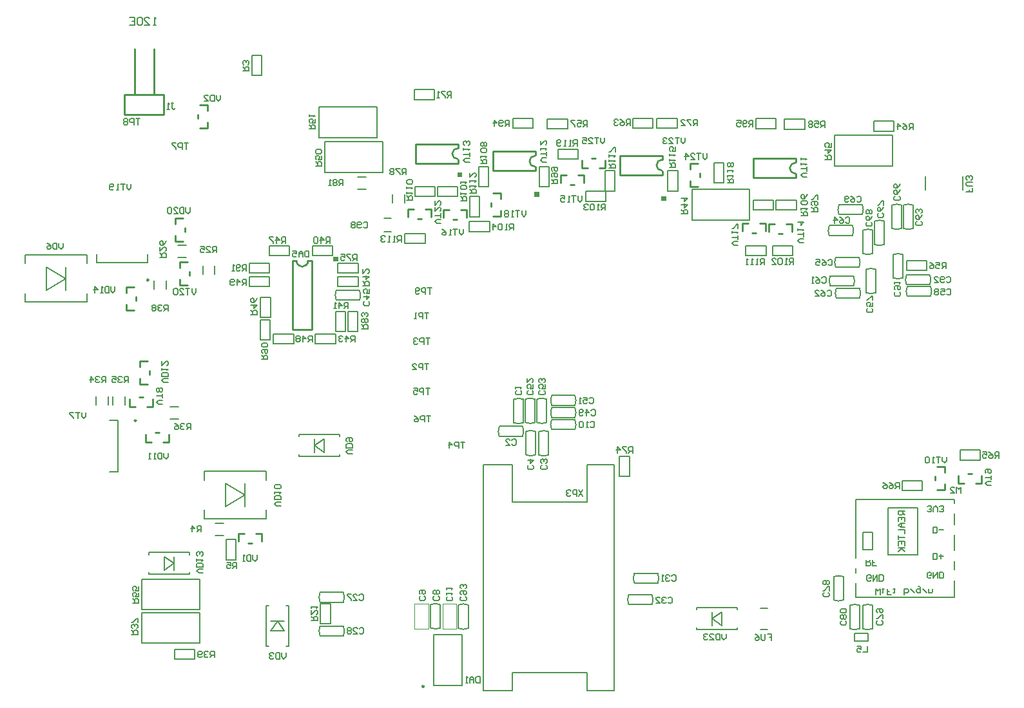
<source format=gbo>
G04*
G04 #@! TF.GenerationSoftware,Altium Limited,Altium Designer,19.1.8 (144)*
G04*
G04 Layer_Color=32896*
%FSLAX24Y24*%
%MOIN*%
G70*
G01*
G75*
%ADD10C,0.0070*%
%ADD11C,0.0098*%
%ADD12C,0.0100*%
%ADD14C,0.0079*%
%ADD16C,0.0039*%
%ADD17C,0.0067*%
%ADD19C,0.0050*%
G36*
X18978Y27341D02*
X18728D01*
Y27591D01*
X18978D01*
Y27341D01*
D02*
G37*
G36*
X25154Y31706D02*
Y31956D01*
X25404D01*
Y31706D01*
X25154D01*
D02*
G37*
G36*
X29134Y30682D02*
Y30932D01*
X29384D01*
Y30682D01*
X29134D01*
D02*
G37*
G36*
X35703Y30480D02*
Y30730D01*
X35953D01*
Y30480D01*
X35703D01*
D02*
G37*
D10*
X18048Y8463D02*
G03*
X18048Y7953I609J-255D01*
G01*
X19255D02*
G03*
X19256Y8463I-608J256D01*
G01*
X18048Y10205D02*
G03*
X18048Y9695I609J-255D01*
G01*
X19255D02*
G03*
X19256Y10205I-608J256D01*
G01*
X47629Y29052D02*
G03*
X48139Y29051I256J608D01*
G01*
Y30259D02*
G03*
X47629Y30259I-255J-609D01*
G01*
X29263Y19003D02*
G03*
X29773Y19003I255J609D01*
G01*
Y20210D02*
G03*
X29263Y20211I-256J-608D01*
G01*
X29202Y18537D02*
G03*
X28691Y18536I-255J-609D01*
G01*
Y17329D02*
G03*
X29202Y17329I256J608D01*
G01*
X29173Y20210D02*
G03*
X28663Y20211I-256J-608D01*
G01*
Y19003D02*
G03*
X29173Y19003I255J609D01*
G01*
X31234Y19892D02*
G03*
X31234Y20402I-608J256D01*
G01*
X30026D02*
G03*
X30027Y19892I609J-255D01*
G01*
X28572Y20200D02*
G03*
X28061Y20200I-255J-609D01*
G01*
Y18993D02*
G03*
X28572Y18992I256J608D01*
G01*
X45594Y28692D02*
G03*
X45593Y29203I-609J255D01*
G01*
X44386D02*
G03*
X44386Y28692I608J-256D01*
G01*
X46133Y27753D02*
G03*
X46644Y27753I255J609D01*
G01*
Y28960D02*
G03*
X46133Y28961I-256J-608D01*
G01*
X46729Y28220D02*
G03*
X47239Y28221I255J609D01*
G01*
Y29428D02*
G03*
X46729Y29428I-256J-608D01*
G01*
X48730Y30259D02*
G03*
X48220Y30259I-255J-609D01*
G01*
Y29052D02*
G03*
X48730Y29051I256J608D01*
G01*
X30026Y19142D02*
G03*
X30027Y18632I609J-255D01*
G01*
X31234D02*
G03*
X31234Y19142I-608J256D01*
G01*
X46633Y9531D02*
G03*
X46122Y9531I-256J-608D01*
G01*
Y8323D02*
G03*
X46633Y8324I255J609D01*
G01*
X45964Y9531D02*
G03*
X45453Y9531I-256J-608D01*
G01*
Y8323D02*
G03*
X45964Y8324I255J609D01*
G01*
X45128Y11017D02*
G03*
X44617Y11018I-256J-608D01*
G01*
Y9810D02*
G03*
X45128Y9810I255J609D01*
G01*
X31234Y19262D02*
G03*
X31234Y19772I-608J256D01*
G01*
X30026D02*
G03*
X30027Y19262I609J-255D01*
G01*
X25208Y8343D02*
G03*
X25718Y8344I255J609D01*
G01*
Y9551D02*
G03*
X25208Y9551I-256J-608D01*
G01*
X24272Y9570D02*
G03*
X23761Y9571I-256J-608D01*
G01*
Y8363D02*
G03*
X24272Y8363I255J609D01*
G01*
X35220Y9568D02*
G03*
X35219Y10079I-609J255D01*
G01*
X34012D02*
G03*
X34012Y9568I608J-256D01*
G01*
X29360Y17319D02*
G03*
X29871Y17319I256J608D01*
G01*
Y18527D02*
G03*
X29360Y18526I-255J-609D01*
G01*
X27319Y18799D02*
G03*
X27319Y18289I608J-256D01*
G01*
X28527D02*
G03*
X28526Y18799I-609J255D01*
G01*
X20092Y25335D02*
G03*
X20092Y25845I-608J256D01*
G01*
X18885D02*
G03*
X18885Y25335I609J-255D01*
G01*
X34308Y11191D02*
G03*
X34307Y10680I608J-256D01*
G01*
X35515D02*
G03*
X35514Y11191I-609J255D01*
G01*
X48422Y26053D02*
G03*
X48421Y25543I608J-256D01*
G01*
X49629D02*
G03*
X49629Y26053I-609J255D01*
G01*
X46801Y26933D02*
G03*
X46291Y26933I-256J-608D01*
G01*
Y25725D02*
G03*
X46801Y25726I255J609D01*
G01*
X44436Y26594D02*
G03*
X44435Y26084I608J-256D01*
G01*
X45643D02*
G03*
X45642Y26594I-609J255D01*
G01*
X44751Y25955D02*
G03*
X44750Y25444I608J-256D01*
G01*
X45958D02*
G03*
X45957Y25955I-609J255D01*
G01*
X44721Y27549D02*
G03*
X44721Y27039I608J-256D01*
G01*
X45928D02*
G03*
X45928Y27549I-609J255D01*
G01*
X46096Y29774D02*
G03*
X46096Y30284I-608J256D01*
G01*
X44889D02*
G03*
X44889Y29774I609J-255D01*
G01*
X48198Y27700D02*
G03*
X47687Y27700I-255J-609D01*
G01*
Y26493D02*
G03*
X48198Y26492I256J608D01*
G01*
X49590Y26133D02*
G03*
X49589Y26644I-609J255D01*
G01*
X48382D02*
G03*
X48382Y26133I608J-256D01*
G01*
X18583Y8573D02*
Y9616D01*
X18071Y8573D02*
Y9616D01*
X18583D01*
X18071Y8573D02*
X18583D01*
X18052Y8464D02*
X19252D01*
X18051Y7953D02*
X19252D01*
X18052Y10206D02*
X19252D01*
X18051Y9695D02*
X19252D01*
X41112Y27638D02*
Y28150D01*
X40069Y27638D02*
Y28150D01*
Y27638D02*
X41112D01*
X40069Y28150D02*
X41112D01*
X42490Y27648D02*
Y28159D01*
X41447Y27648D02*
Y28159D01*
Y27648D02*
X42490D01*
X41447Y28159D02*
X42490D01*
X40463Y30010D02*
Y30522D01*
X41506Y30010D02*
Y30522D01*
X40463D02*
X41506D01*
X40463Y30010D02*
X41506D01*
X41644D02*
Y30522D01*
X42687Y30010D02*
Y30522D01*
X41644D02*
X42687D01*
X41644Y30010D02*
X42687D01*
X31398Y32638D02*
Y33150D01*
X30354Y32638D02*
Y33150D01*
Y32638D02*
X31398D01*
X30354Y33150D02*
X31398D01*
X38425Y32451D02*
X38937D01*
X38425Y31407D02*
X38937D01*
Y32451D01*
X38425Y31407D02*
Y32451D01*
X32785Y30994D02*
X33297D01*
X32785Y32037D02*
X33297D01*
X32785Y30994D02*
Y32037D01*
X33297Y30994D02*
Y32037D01*
X36043D02*
X36555D01*
X36043Y30994D02*
X36555D01*
Y32037D01*
X36043Y30994D02*
Y32037D01*
X25797Y29665D02*
X26309D01*
X25797Y30709D02*
X26309D01*
X25797Y29665D02*
Y30709D01*
X26309Y29665D02*
Y30709D01*
X31781Y30463D02*
Y30974D01*
X32825Y30463D02*
Y30974D01*
X31781D02*
X32825D01*
X31781Y30463D02*
X32825D01*
X23484Y28268D02*
Y28780D01*
X22441Y28268D02*
Y28780D01*
Y28268D02*
X23484D01*
X22441Y28780D02*
X23484D01*
X25768Y28888D02*
Y29400D01*
X26811Y28888D02*
Y29400D01*
X25768D02*
X26811D01*
X25768Y28888D02*
X26811D01*
X26260Y31211D02*
X26772D01*
X26260Y32254D02*
X26772D01*
X26260Y31211D02*
Y32254D01*
X26772Y31211D02*
Y32254D01*
X29380Y32264D02*
X29892D01*
X29380Y31220D02*
X29892D01*
Y32264D01*
X29380Y31220D02*
Y32264D01*
X22963Y30709D02*
Y31220D01*
X24006Y30709D02*
Y31220D01*
X22963D02*
X24006D01*
X22963Y30709D02*
X24006D01*
X24114D02*
Y31220D01*
X25157Y30709D02*
Y31220D01*
X24114D02*
X25157D01*
X24114Y30709D02*
X25157D01*
X29055Y34232D02*
Y34744D01*
X28012Y34232D02*
Y34744D01*
Y34232D02*
X29055D01*
X28012Y34744D02*
X29055D01*
X47629Y29055D02*
Y30256D01*
X48140Y29055D02*
Y30255D01*
X33533Y16201D02*
Y17244D01*
X34045Y16201D02*
Y17244D01*
X33533Y16201D02*
X34045D01*
X33533Y17244D02*
X34045D01*
X14528Y36988D02*
X15039D01*
X14528Y38031D02*
X15039D01*
X14528Y36988D02*
Y38031D01*
X15039Y36988D02*
Y38031D01*
X41634Y34222D02*
Y34734D01*
X40591Y34222D02*
Y34734D01*
Y34222D02*
X41634D01*
X40591Y34734D02*
X41634D01*
X29263Y19007D02*
Y20207D01*
X29774Y19006D02*
Y20207D01*
X29202Y17333D02*
Y18533D01*
X28691Y17333D02*
Y18533D01*
X15443Y26742D02*
Y27254D01*
X14400Y26742D02*
Y27254D01*
Y26742D02*
X15443D01*
X14400Y27254D02*
X15443D01*
X14951Y24311D02*
X15463D01*
X14951Y23268D02*
X15463D01*
Y24311D01*
X14951Y23268D02*
Y24311D01*
X29173Y19006D02*
Y20207D01*
X28662Y19007D02*
Y20207D01*
X30030Y19892D02*
X31230D01*
X30030Y20403D02*
X31230D01*
X19990Y23711D02*
Y24754D01*
X19478Y23711D02*
Y24754D01*
X19990D01*
X19478Y23711D02*
X19990D01*
X22914Y36240D02*
X23957D01*
X22914Y35728D02*
X23957D01*
X22914D02*
Y36240D01*
X23957Y35728D02*
Y36240D01*
X35472Y34764D02*
X36516D01*
X35472Y34252D02*
X36516D01*
X35472D02*
Y34764D01*
X36516Y34252D02*
Y34764D01*
X15640Y23081D02*
X16683D01*
X15640Y23593D02*
X16683D01*
Y23081D02*
Y23593D01*
X15640Y23081D02*
Y23593D01*
X28572Y18996D02*
Y20196D01*
X28061Y18996D02*
Y20197D01*
X44390Y28692D02*
X45590D01*
X44390Y29203D02*
X45591D01*
X46133Y27757D02*
Y28957D01*
X46644Y27756D02*
Y28957D01*
X46728Y28224D02*
Y29424D01*
X47239Y28223D02*
Y29424D01*
X48730Y29055D02*
Y30255D01*
X48219Y29055D02*
Y30256D01*
X30030Y19143D02*
X31230D01*
X30030Y18632D02*
X31230D01*
X49203Y15472D02*
Y15984D01*
X48159Y15472D02*
Y15984D01*
Y15472D02*
X49203D01*
X48159Y15984D02*
X49203D01*
X51161Y17057D02*
Y17569D01*
X52205Y17057D02*
Y17569D01*
X51161D02*
X52205D01*
X51161Y17057D02*
X52205D01*
X46633Y8326D02*
Y9527D01*
X46122Y8327D02*
Y9527D01*
X45964Y8326D02*
Y9527D01*
X45453Y8327D02*
Y9527D01*
X45128Y9813D02*
Y11014D01*
X44617Y9814D02*
Y11014D01*
X30030Y19262D02*
X31230D01*
X30030Y19773D02*
X31230D01*
X25208Y8347D02*
Y9547D01*
X25719Y8346D02*
Y9547D01*
X24272Y8366D02*
Y9567D01*
X23761Y8367D02*
Y9567D01*
X34016Y9568D02*
X35216D01*
X34016Y10079D02*
X35217D01*
X13179Y11890D02*
X13691D01*
X13179Y12933D02*
X13691D01*
X13179Y11890D02*
Y12933D01*
X13691Y11890D02*
Y12933D01*
X29360Y17323D02*
Y18524D01*
X29871Y17323D02*
Y18523D01*
X27323Y18799D02*
X28524D01*
X27323Y18288D02*
X28523D01*
X18976Y26742D02*
Y27254D01*
X20020Y26742D02*
Y27254D01*
X18976D02*
X20020D01*
X18976Y26742D02*
X20020D01*
X16467Y27648D02*
Y28159D01*
X15423Y27648D02*
Y28159D01*
Y27648D02*
X16467D01*
X15423Y28159D02*
X16467D01*
X14400Y26033D02*
Y26545D01*
X15443Y26033D02*
Y26545D01*
X14400D02*
X15443D01*
X14400Y26033D02*
X15443D01*
X14970Y25492D02*
X15482D01*
X14970Y24449D02*
X15482D01*
Y25492D01*
X14970Y24449D02*
Y25492D01*
X18848Y23081D02*
Y23593D01*
X17805Y23081D02*
Y23593D01*
Y23081D02*
X18848D01*
X17805Y23593D02*
X18848D01*
X18848Y24754D02*
X19360D01*
X18848Y23711D02*
X19360D01*
Y24754D01*
X18848Y23711D02*
Y24754D01*
X17657Y27648D02*
Y28159D01*
X18701Y27648D02*
Y28159D01*
X17657D02*
X18701D01*
X17657Y27648D02*
X18701D01*
X20020Y26033D02*
Y26545D01*
X18976Y26033D02*
Y26545D01*
Y26033D02*
X20020D01*
X18976Y26545D02*
X20020D01*
X18888Y25335D02*
X20089D01*
X18889Y25846D02*
X20089D01*
X11565Y6742D02*
Y7254D01*
X10522Y6742D02*
Y7254D01*
Y6742D02*
X11565D01*
X10522Y7254D02*
X11565D01*
X34311Y11191D02*
X35512D01*
X34311Y10680D02*
X35511D01*
X48425Y26053D02*
X49626D01*
X48425Y25542D02*
X49625D01*
X47736Y34094D02*
Y34606D01*
X46693Y34094D02*
Y34606D01*
Y34094D02*
X47736D01*
X46693Y34606D02*
X47736D01*
X42077Y34193D02*
Y34705D01*
X43120Y34193D02*
Y34705D01*
X42077D02*
X43120D01*
X42077Y34193D02*
X43120D01*
X35276Y34252D02*
Y34764D01*
X34232Y34252D02*
Y34764D01*
Y34252D02*
X35276D01*
X34232Y34764D02*
X35276D01*
X30846Y34203D02*
Y34715D01*
X29803Y34203D02*
Y34715D01*
Y34203D02*
X30846D01*
X29803Y34715D02*
X30846D01*
X46801Y25728D02*
Y26929D01*
X46290Y25729D02*
Y26929D01*
X44439Y26594D02*
X45640D01*
X44439Y26084D02*
X45639D01*
X44754Y25955D02*
X45955D01*
X44754Y25444D02*
X45954D01*
X44724Y27549D02*
X45925D01*
X44724Y27038D02*
X45924D01*
X44892Y29774D02*
X46093D01*
X44892Y30285D02*
X46092D01*
X49429Y26880D02*
Y27392D01*
X48386Y26880D02*
Y27392D01*
Y26880D02*
X49429D01*
X48386Y27392D02*
X49429D01*
X48198Y26496D02*
Y27696D01*
X47687Y26496D02*
Y27697D01*
X48386Y26133D02*
X49586D01*
X48386Y26644D02*
X49587D01*
D11*
X9183Y26388D02*
G03*
X9183Y26388I-49J0D01*
G01*
X23425Y5335D02*
G03*
X23425Y5335I-49J0D01*
G01*
X8543Y19102D02*
G03*
X8543Y19102I-49J0D01*
G01*
D12*
X35751Y32608D02*
G03*
X35732Y32049I-19J-279D01*
G01*
X25186Y33203D02*
G03*
X25167Y32644I-19J-279D01*
G01*
X29182Y32809D02*
G03*
X29163Y32251I-19J-279D01*
G01*
X42645Y32450D02*
G03*
X42626Y31892I-19J-279D01*
G01*
X16835Y27370D02*
G03*
X17425Y27370I295J0D01*
G01*
X31581Y32194D02*
X31881D01*
X32782D02*
Y32594D01*
X32482Y32194D02*
X32782D01*
X32081Y32694D02*
X32281D01*
X31581Y32194D02*
Y32594D01*
X41096Y28907D02*
Y29307D01*
X40396Y28807D02*
X40596D01*
X39896Y29307D02*
X40196D01*
X39896Y28907D02*
Y29307D01*
X40796D02*
X41096D01*
X42164Y29287D02*
X42464D01*
X41264Y28887D02*
Y29287D01*
X41564D01*
X41764Y28787D02*
X41964D01*
X42464Y28887D02*
Y29287D01*
X37208Y32424D02*
X37608D01*
X37708Y31724D02*
Y31924D01*
X37208Y31224D02*
Y31524D01*
Y31224D02*
X37608D01*
X37208Y32124D02*
Y32424D01*
X27398Y29672D02*
Y29972D01*
X26998Y30872D02*
X27398D01*
Y30572D02*
Y30872D01*
X26898Y30172D02*
Y30372D01*
X26998Y29672D02*
X27398D01*
X31706Y31427D02*
Y31827D01*
X31006Y31327D02*
X31206D01*
X30506Y31827D02*
X30806D01*
X30506Y31427D02*
Y31827D01*
X31406D02*
X31706D01*
X23802Y29641D02*
Y30041D01*
X23102Y29541D02*
X23302D01*
X22602Y30041D02*
X22902D01*
X22602Y29641D02*
Y30041D01*
X23502D02*
X23802D01*
X25643Y29620D02*
Y30020D01*
X24943Y29520D02*
X25143D01*
X24443Y30020D02*
X24743D01*
X24443Y29620D02*
Y30020D01*
X25343D02*
X25643D01*
X33553Y32830D02*
X35753D01*
X33553Y31830D02*
X35753D01*
X33553D02*
Y32830D01*
X35753Y32630D02*
Y32830D01*
Y31830D02*
Y32030D01*
X22988Y33426D02*
X25188D01*
X22988Y32426D02*
X25188D01*
X22988D02*
Y33426D01*
X25188Y33226D02*
Y33426D01*
Y32426D02*
Y32626D01*
X26984Y33032D02*
X29184D01*
X26984Y32032D02*
X29184D01*
X26984D02*
Y33032D01*
X29184Y32832D02*
Y33032D01*
Y32032D02*
Y32232D01*
X40446Y32673D02*
X42646D01*
X40446Y31673D02*
X42646D01*
X40446D02*
Y32673D01*
X42646Y32473D02*
Y32673D01*
Y31673D02*
Y31873D01*
X12240Y34259D02*
Y34559D01*
X11840Y35459D02*
X12240D01*
Y35159D02*
Y35459D01*
X11740Y34759D02*
Y34959D01*
X11840Y34259D02*
X12240D01*
X7943Y34951D02*
X9951D01*
X7943D02*
Y35974D01*
X9951Y34951D02*
Y35974D01*
X7943D02*
X9951D01*
X8455D02*
Y38337D01*
X9459Y35974D02*
Y38337D01*
X50361Y15528D02*
Y15828D01*
X49961Y16728D02*
X50361D01*
Y16428D02*
Y16728D01*
X49861Y16028D02*
Y16228D01*
X49961Y15528D02*
X50361D01*
X10781Y27316D02*
X11181D01*
X11281Y26616D02*
Y26816D01*
X10781Y26116D02*
Y26416D01*
Y26116D02*
X11181D01*
X10781Y27016D02*
Y27316D01*
X8015Y26027D02*
X8415D01*
X8515Y25327D02*
Y25527D01*
X8015Y24827D02*
Y25127D01*
Y24827D02*
X8415D01*
X8015Y25727D02*
Y26027D01*
X10545Y29570D02*
X10945D01*
X11045Y28870D02*
Y29070D01*
X10545Y28370D02*
Y28670D01*
Y28370D02*
X10945D01*
X10545Y29270D02*
Y29570D01*
X14333Y12754D02*
X14533D01*
X14733Y13254D02*
X15033D01*
Y12854D02*
Y13254D01*
X13833D02*
X14133D01*
X13833Y12854D02*
Y13254D01*
X51070Y15850D02*
Y16250D01*
X51570Y16350D02*
X51770D01*
X51970Y15850D02*
X52270D01*
Y16250D01*
X51070Y15850D02*
X51370D01*
X16638Y23827D02*
Y27370D01*
X17622Y23827D02*
Y27370D01*
X16638Y23827D02*
X17622D01*
X16638Y27370D02*
X16835D01*
X17425D02*
X17622D01*
X8186Y19807D02*
Y20207D01*
X8686Y20307D02*
X8886D01*
X9086Y19807D02*
X9386D01*
Y20207D01*
X8186Y19807D02*
X8486D01*
X8744Y22169D02*
X9144D01*
X9244Y21469D02*
Y21669D01*
X8744Y20968D02*
Y21268D01*
Y20968D02*
X9144D01*
X8744Y21869D02*
Y22169D01*
X9022Y17976D02*
Y18376D01*
X9522Y18476D02*
X9722D01*
X9922Y17976D02*
X10222D01*
Y18376D01*
X9022Y17976D02*
X9322D01*
D14*
X12077Y14026D02*
X15266D01*
X12077Y16467D02*
X15266D01*
X13171Y14646D02*
X14171Y15246D01*
X13171Y15846D02*
X14171Y15246D01*
Y14646D02*
Y15846D01*
X13171Y14646D02*
Y15846D01*
X15266Y14026D02*
Y14468D01*
Y16024D02*
Y16467D01*
X12077Y14026D02*
Y14468D01*
Y16024D02*
Y16467D01*
X19055Y17244D02*
Y17352D01*
Y18278D02*
Y18386D01*
X16968Y17244D02*
Y17352D01*
Y18278D02*
Y18386D01*
Y17244D02*
X19055D01*
X16968Y18386D02*
X19055D01*
X16417Y7431D02*
Y9518D01*
X15276Y7431D02*
Y9518D01*
X16309D02*
X16417D01*
X15276D02*
X15384D01*
X16309Y7431D02*
X16417D01*
X15276D02*
X15384D01*
X51289Y31033D02*
Y31742D01*
X49360Y31033D02*
Y31742D01*
X17992Y33760D02*
Y35335D01*
X20984D01*
Y33760D02*
Y35335D01*
X17992Y33760D02*
X20984D01*
X37283Y29498D02*
Y31073D01*
X40276D01*
Y29498D02*
Y31073D01*
X37283Y29498D02*
X40276D01*
X47648Y32293D02*
Y33868D01*
X44656Y32293D02*
X47648D01*
X44656D02*
Y33868D01*
X47648D01*
X18297Y31959D02*
Y33533D01*
X21289D01*
Y31959D02*
Y33533D01*
X18297Y31959D02*
X21289D01*
X20000Y31722D02*
X20433D01*
X20000Y31093D02*
X20433D01*
X21781Y30384D02*
Y30817D01*
X22411Y30384D02*
Y30817D01*
X37539Y9409D02*
X39626D01*
X37539Y8268D02*
X39626D01*
X37539Y9301D02*
Y9409D01*
Y8268D02*
Y8376D01*
X39626Y9301D02*
Y9409D01*
Y8268D02*
Y8376D01*
X26496Y5128D02*
X27992D01*
Y6033D01*
X31850Y5128D02*
Y6033D01*
X26496Y16821D02*
X27992D01*
X31850Y5128D02*
X33268D01*
X31850Y16821D02*
X33268D01*
X27992Y6033D02*
X31850D01*
X27992Y14892D02*
X31850D01*
X27992D02*
Y16821D01*
X31850Y14892D02*
Y16821D01*
X26496Y5128D02*
Y16821D01*
X33268Y5128D02*
Y16821D01*
X40827Y8287D02*
X41181D01*
X40827Y9390D02*
X41181D01*
X8819Y9301D02*
X11811D01*
Y10876D01*
X8819D02*
X11811D01*
X8819Y9301D02*
Y10876D01*
X6496Y27283D02*
Y27717D01*
X9134Y27283D02*
Y27717D01*
X6496Y27283D02*
X9134D01*
X2795Y27234D02*
Y27677D01*
Y25236D02*
Y25679D01*
X5984Y27234D02*
Y27677D01*
Y25236D02*
Y25679D01*
X3890Y25857D02*
Y27057D01*
X4890Y25857D02*
Y27057D01*
X3890D02*
X4890Y26457D01*
X3890Y25857D02*
X4890Y26457D01*
X2795Y27677D02*
X5984D01*
X2795Y25236D02*
X5984D01*
X10098Y25925D02*
Y26358D01*
X9469Y25925D02*
Y26358D01*
X45689Y7677D02*
Y8071D01*
Y7677D02*
X46398D01*
Y7874D01*
Y8071D01*
X45689D02*
X46398D01*
X12638Y13770D02*
X13071D01*
X12638Y13140D02*
X13071D01*
X45768Y15020D02*
X50856D01*
Y14803D02*
Y15020D01*
Y13711D02*
Y14282D01*
Y12372D02*
Y13189D01*
Y11378D02*
Y11831D01*
Y9941D02*
Y10827D01*
X45768Y11998D02*
Y15020D01*
Y11211D02*
Y11457D01*
Y9941D02*
Y10689D01*
Y9941D02*
X50856D01*
X47431Y12165D02*
Y14577D01*
X48957D01*
Y12165D02*
Y14577D01*
X47431Y12165D02*
X48957D01*
X46112Y12411D02*
Y13327D01*
Y12411D02*
X46614D01*
Y13327D01*
X46112D02*
X46614D01*
X9203Y12165D02*
Y12274D01*
Y11132D02*
Y11240D01*
X11289Y12165D02*
Y12274D01*
Y11132D02*
Y11240D01*
X9203Y12274D02*
X11289D01*
X9203Y11132D02*
X11289D01*
X8819Y7589D02*
X11811D01*
Y9163D01*
X8819D02*
X11811D01*
X8819Y7589D02*
Y9163D01*
X7953Y19911D02*
Y20344D01*
X7323Y19911D02*
Y20344D01*
X7598Y16465D02*
Y19102D01*
X7165D02*
X7598D01*
X7165Y16465D02*
X7598D01*
X10285Y19173D02*
X10718D01*
X10285Y19803D02*
X10718D01*
X7087Y19921D02*
Y20354D01*
X6457Y19921D02*
Y20354D01*
X12608Y26673D02*
Y27106D01*
X11978Y26673D02*
Y27106D01*
X10689Y28189D02*
X11122D01*
X10689Y27559D02*
X11122D01*
X9567Y39577D02*
X9436D01*
X9501D01*
Y39970D01*
X9567Y39905D01*
X8977Y39577D02*
X9239D01*
X8977Y39839D01*
Y39905D01*
X9042Y39970D01*
X9173D01*
X9239Y39905D01*
X8845D02*
X8780Y39970D01*
X8649D01*
X8583Y39905D01*
Y39642D01*
X8649Y39577D01*
X8780D01*
X8845Y39642D01*
Y39905D01*
X8189Y39970D02*
X8452D01*
Y39577D01*
X8189D01*
X8452Y39774D02*
X8321D01*
X46801Y10079D02*
Y10394D01*
X46906Y10289D01*
X47011Y10394D01*
Y10079D01*
X47116Y10394D02*
X47221D01*
X47169D01*
Y10184D01*
X47116D01*
X47588Y10079D02*
X47378D01*
Y10236D01*
X47483D01*
X47378D01*
Y10394D01*
X47693D02*
X47798D01*
X47746D01*
Y10184D01*
X47693D01*
X48271Y10079D02*
Y10394D01*
X48428D01*
X48480Y10341D01*
Y10289D01*
Y10236D01*
X48428Y10184D01*
X48271D01*
X48585Y10394D02*
X48795Y10184D01*
X49005Y10499D02*
X49058D01*
X49110Y10446D01*
Y10184D01*
X48953D01*
X48900Y10236D01*
Y10341D01*
X48953Y10394D01*
X49110D01*
X49215D02*
X49425Y10184D01*
X49530Y10394D02*
Y10184D01*
X49687D01*
X49740Y10236D01*
Y10394D01*
X48287Y14409D02*
X47973D01*
Y14252D01*
X48025Y14200D01*
X48130D01*
X48182Y14252D01*
Y14409D01*
Y14304D02*
X48287Y14200D01*
X47973Y13885D02*
Y14095D01*
X48287D01*
Y13885D01*
X48130Y14095D02*
Y13990D01*
X48287Y13780D02*
X48078D01*
X47973Y13675D01*
X48078Y13570D01*
X48287D01*
X48130D01*
Y13780D01*
X47973Y13465D02*
X48287D01*
Y13255D01*
X47973Y13150D02*
Y12940D01*
Y13045D01*
X48287D01*
X47973Y12625D02*
Y12835D01*
X48287D01*
Y12625D01*
X48130Y12835D02*
Y12730D01*
X47973Y12520D02*
X48287D01*
X48182D01*
X47973Y12310D01*
X48130Y12468D01*
X48287Y12310D01*
X49669Y10988D02*
X49616Y10935D01*
X49511D01*
X49459Y10988D01*
Y11198D01*
X49511Y11250D01*
X49616D01*
X49669Y11198D01*
Y11093D01*
X49564D01*
X49774Y11250D02*
Y10935D01*
X49983Y11250D01*
Y10935D01*
X50088D02*
Y11250D01*
X50246D01*
X50298Y11198D01*
Y10988D01*
X50246Y10935D01*
X50088D01*
X49754Y11910D02*
Y12224D01*
X49911D01*
X49964Y12172D01*
Y11962D01*
X49911Y11910D01*
X49754D01*
X50069Y12067D02*
X50279D01*
X50174Y11962D02*
Y12172D01*
X49754Y13278D02*
Y13593D01*
X49911D01*
X49964Y13540D01*
Y13330D01*
X49911Y13278D01*
X49754D01*
X50069Y13435D02*
X50279D01*
X49459Y14423D02*
X49511Y14370D01*
X49616D01*
X49669Y14423D01*
Y14475D01*
X49616Y14528D01*
X49564D01*
X49616D01*
X49669Y14580D01*
Y14633D01*
X49616Y14685D01*
X49511D01*
X49459Y14633D01*
X49774Y14370D02*
Y14580D01*
X49878Y14685D01*
X49983Y14580D01*
Y14370D01*
X50088Y14423D02*
X50141Y14370D01*
X50246D01*
X50298Y14423D01*
Y14475D01*
X50246Y14528D01*
X50193D01*
X50246D01*
X50298Y14580D01*
Y14633D01*
X50246Y14685D01*
X50141D01*
X50088Y14633D01*
X46309Y11890D02*
Y11575D01*
X46466D01*
X46519Y11627D01*
Y11732D01*
X46466Y11785D01*
X46309D01*
X46414D02*
X46519Y11890D01*
X46834Y11575D02*
X46624D01*
Y11732D01*
X46729D01*
X46624D01*
Y11890D01*
X46548Y10850D02*
X46496Y10797D01*
X46391D01*
X46339Y10850D01*
Y11060D01*
X46391Y11112D01*
X46496D01*
X46548Y11060D01*
Y10955D01*
X46444D01*
X46653Y11112D02*
Y10797D01*
X46863Y11112D01*
Y10797D01*
X46968D02*
Y11112D01*
X47126D01*
X47178Y11060D01*
Y10850D01*
X47126Y10797D01*
X46968D01*
X47999Y30722D02*
X48051Y30669D01*
Y30564D01*
X47999Y30512D01*
X47789D01*
X47736Y30564D01*
Y30669D01*
X47789Y30722D01*
X48051Y31037D02*
X47999Y30932D01*
X47894Y30827D01*
X47789D01*
X47736Y30879D01*
Y30984D01*
X47789Y31037D01*
X47841D01*
X47894Y30984D01*
Y30827D01*
X48051Y31351D02*
X47999Y31246D01*
X47894Y31142D01*
X47789D01*
X47736Y31194D01*
Y31299D01*
X47789Y31351D01*
X47841D01*
X47894Y31299D01*
Y31142D01*
X32776Y33750D02*
Y33540D01*
X32671Y33435D01*
X32566Y33540D01*
Y33750D01*
X32461D02*
X32251D01*
X32356D01*
Y33435D01*
X31936D02*
X32146D01*
X31936Y33645D01*
Y33697D01*
X31988Y33750D01*
X32093D01*
X32146Y33697D01*
X31621Y33750D02*
X31831D01*
Y33592D01*
X31726Y33645D01*
X31674D01*
X31621Y33592D01*
Y33488D01*
X31674Y33435D01*
X31779D01*
X31831Y33488D01*
X38061Y32933D02*
Y32723D01*
X37956Y32618D01*
X37851Y32723D01*
Y32933D01*
X37746D02*
X37536D01*
X37641D01*
Y32618D01*
X37221D02*
X37431D01*
X37221Y32828D01*
Y32880D01*
X37274Y32933D01*
X37379D01*
X37431Y32880D01*
X36959Y32618D02*
Y32933D01*
X37116Y32776D01*
X36907D01*
X36939Y33750D02*
Y33540D01*
X36834Y33435D01*
X36729Y33540D01*
Y33750D01*
X36624D02*
X36414D01*
X36519D01*
Y33435D01*
X36099D02*
X36309D01*
X36099Y33645D01*
Y33697D01*
X36152Y33750D01*
X36257D01*
X36309Y33697D01*
X35994D02*
X35942Y33750D01*
X35837D01*
X35784Y33697D01*
Y33645D01*
X35837Y33592D01*
X35889D01*
X35837D01*
X35784Y33540D01*
Y33488D01*
X35837Y33435D01*
X35942D01*
X35994Y33488D01*
X24301Y29311D02*
X24091D01*
X23986Y29416D01*
X24091Y29521D01*
X24301D01*
Y29626D02*
Y29836D01*
Y29731D01*
X23986D01*
Y30151D02*
Y29941D01*
X24196Y30151D01*
X24249D01*
X24301Y30098D01*
Y29993D01*
X24249Y29941D01*
X23986Y30466D02*
Y30256D01*
X24196Y30466D01*
X24249D01*
X24301Y30413D01*
Y30308D01*
X24249Y30256D01*
X31348Y33327D02*
Y33642D01*
X31191D01*
X31139Y33589D01*
Y33484D01*
X31191Y33432D01*
X31348D01*
X31243D02*
X31139Y33327D01*
X31034D02*
X30929D01*
X30981D01*
Y33642D01*
X31034Y33589D01*
X30771Y33327D02*
X30666D01*
X30719D01*
Y33642D01*
X30771Y33589D01*
X30509Y33379D02*
X30456Y33327D01*
X30351D01*
X30299Y33379D01*
Y33589D01*
X30351Y33642D01*
X30456D01*
X30509Y33589D01*
Y33537D01*
X30456Y33484D01*
X30299D01*
X39124Y31407D02*
X39439D01*
Y31565D01*
X39386Y31617D01*
X39281D01*
X39229Y31565D01*
Y31407D01*
Y31512D02*
X39124Y31617D01*
Y31722D02*
Y31827D01*
Y31775D01*
X39439D01*
X39386Y31722D01*
X39124Y31985D02*
Y32090D01*
Y32037D01*
X39439D01*
X39386Y31985D01*
Y32247D02*
X39439Y32300D01*
Y32405D01*
X39386Y32457D01*
X39334D01*
X39281Y32405D01*
X39229Y32457D01*
X39176D01*
X39124Y32405D01*
Y32300D01*
X39176Y32247D01*
X39229D01*
X39281Y32300D01*
X39334Y32247D01*
X39386D01*
X39281Y32300D02*
Y32405D01*
X33002Y32185D02*
X33317D01*
Y32342D01*
X33264Y32395D01*
X33159D01*
X33107Y32342D01*
Y32185D01*
Y32290D02*
X33002Y32395D01*
Y32500D02*
Y32605D01*
Y32552D01*
X33317D01*
X33264Y32500D01*
X33002Y32762D02*
Y32867D01*
Y32815D01*
X33317D01*
X33264Y32762D01*
X33317Y33025D02*
Y33235D01*
X33264D01*
X33054Y33025D01*
X33002D01*
X36112Y32224D02*
X36427D01*
Y32382D01*
X36375Y32434D01*
X36270D01*
X36217Y32382D01*
Y32224D01*
Y32329D02*
X36112Y32434D01*
Y32539D02*
Y32644D01*
Y32592D01*
X36427D01*
X36375Y32539D01*
X36112Y32802D02*
Y32907D01*
Y32854D01*
X36427D01*
X36375Y32802D01*
X36427Y33274D02*
Y33064D01*
X36270D01*
X36322Y33169D01*
Y33221D01*
X36270Y33274D01*
X36165D01*
X36112Y33221D01*
Y33117D01*
X36165Y33064D01*
X22254Y28356D02*
Y28671D01*
X22097D01*
X22044Y28619D01*
Y28514D01*
X22097Y28461D01*
X22254D01*
X22149D02*
X22044Y28356D01*
X21939D02*
X21834D01*
X21887D01*
Y28671D01*
X21939Y28619D01*
X21677Y28356D02*
X21572D01*
X21624D01*
Y28671D01*
X21677Y28619D01*
X21414D02*
X21362Y28671D01*
X21257D01*
X21204Y28619D01*
Y28566D01*
X21257Y28514D01*
X21309D01*
X21257D01*
X21204Y28461D01*
Y28409D01*
X21257Y28356D01*
X21362D01*
X21414Y28409D01*
X25797Y30876D02*
X26112D01*
Y31033D01*
X26060Y31086D01*
X25955D01*
X25902Y31033D01*
Y30876D01*
Y30981D02*
X25797Y31086D01*
Y31191D02*
Y31296D01*
Y31243D01*
X26112D01*
X26060Y31191D01*
X25797Y31453D02*
Y31558D01*
Y31506D01*
X26112D01*
X26060Y31453D01*
X25797Y31926D02*
Y31716D01*
X26007Y31926D01*
X26060D01*
X26112Y31873D01*
Y31768D01*
X26060Y31716D01*
X41024Y27175D02*
Y27490D01*
X40866D01*
X40814Y27438D01*
Y27333D01*
X40866Y27280D01*
X41024D01*
X40919D02*
X40814Y27175D01*
X40709D02*
X40604D01*
X40656D01*
Y27490D01*
X40709Y27438D01*
X40446Y27175D02*
X40341D01*
X40394D01*
Y27490D01*
X40446Y27438D01*
X40184Y27175D02*
X40079D01*
X40132D01*
Y27490D01*
X40184Y27438D01*
X22530Y30522D02*
X22844D01*
Y30679D01*
X22792Y30732D01*
X22687D01*
X22634Y30679D01*
Y30522D01*
Y30627D02*
X22530Y30732D01*
Y30837D02*
Y30941D01*
Y30889D01*
X22844D01*
X22792Y30837D01*
X22530Y31099D02*
Y31204D01*
Y31151D01*
X22844D01*
X22792Y31099D01*
Y31361D02*
X22844Y31414D01*
Y31519D01*
X22792Y31571D01*
X22582D01*
X22530Y31519D01*
Y31414D01*
X22582Y31361D01*
X22792D01*
X26358Y32411D02*
X26673D01*
Y32569D01*
X26621Y32621D01*
X26516D01*
X26463Y32569D01*
Y32411D01*
Y32516D02*
X26358Y32621D01*
Y32726D02*
Y32831D01*
Y32779D01*
X26673D01*
X26621Y32726D01*
Y32989D02*
X26673Y33041D01*
Y33146D01*
X26621Y33199D01*
X26411D01*
X26358Y33146D01*
Y33041D01*
X26411Y32989D01*
X26621D01*
Y33304D02*
X26673Y33356D01*
Y33461D01*
X26621Y33513D01*
X26568D01*
X26516Y33461D01*
X26463Y33513D01*
X26411D01*
X26358Y33461D01*
Y33356D01*
X26411Y33304D01*
X26463D01*
X26516Y33356D01*
X26568Y33304D01*
X26621D01*
X26516Y33356D02*
Y33461D01*
X42943Y29705D02*
X43258D01*
Y29862D01*
X43205Y29915D01*
X43100D01*
X43048Y29862D01*
Y29705D01*
Y29810D02*
X42943Y29915D01*
Y30020D02*
Y30125D01*
Y30072D01*
X43258D01*
X43205Y30020D01*
Y30282D02*
X43258Y30334D01*
Y30439D01*
X43205Y30492D01*
X42995D01*
X42943Y30439D01*
Y30334D01*
X42995Y30282D01*
X43205D01*
X43258Y30807D02*
X43205Y30702D01*
X43100Y30597D01*
X42995D01*
X42943Y30649D01*
Y30754D01*
X42995Y30807D01*
X43048D01*
X43100Y30754D01*
Y30597D01*
X28051Y28976D02*
Y29291D01*
X27894D01*
X27841Y29239D01*
Y29134D01*
X27894Y29081D01*
X28051D01*
X27946D02*
X27841Y28976D01*
X27736D02*
X27631D01*
X27684D01*
Y29291D01*
X27736Y29239D01*
X27474D02*
X27421Y29291D01*
X27317D01*
X27264Y29239D01*
Y29029D01*
X27317Y28976D01*
X27421D01*
X27474Y29029D01*
Y29239D01*
X27002Y28976D02*
Y29291D01*
X27159Y29134D01*
X26949D01*
X32805Y30000D02*
Y30315D01*
X32648D01*
X32595Y30262D01*
Y30157D01*
X32648Y30105D01*
X32805D01*
X32700D02*
X32595Y30000D01*
X32490D02*
X32385D01*
X32438D01*
Y30315D01*
X32490Y30262D01*
X32228D02*
X32175Y30315D01*
X32070D01*
X32018Y30262D01*
Y30052D01*
X32070Y30000D01*
X32175D01*
X32228Y30052D01*
Y30262D01*
X31913D02*
X31861Y30315D01*
X31756D01*
X31703Y30262D01*
Y30210D01*
X31756Y30157D01*
X31808D01*
X31756D01*
X31703Y30105D01*
Y30052D01*
X31756Y30000D01*
X31861D01*
X31913Y30052D01*
X42530Y27195D02*
Y27510D01*
X42372D01*
X42320Y27457D01*
Y27352D01*
X42372Y27300D01*
X42530D01*
X42425D02*
X42320Y27195D01*
X42215D02*
X42110D01*
X42162D01*
Y27510D01*
X42215Y27457D01*
X41952D02*
X41900Y27510D01*
X41795D01*
X41742Y27457D01*
Y27247D01*
X41795Y27195D01*
X41900D01*
X41952Y27247D01*
Y27457D01*
X41428Y27195D02*
X41637D01*
X41428Y27405D01*
Y27457D01*
X41480Y27510D01*
X41585D01*
X41637Y27457D01*
X25315Y30492D02*
X25630D01*
Y30650D01*
X25577Y30702D01*
X25472D01*
X25420Y30650D01*
Y30492D01*
Y30597D02*
X25315Y30702D01*
Y30807D02*
Y30912D01*
Y30859D01*
X25630D01*
X25577Y30807D01*
Y31069D02*
X25630Y31122D01*
Y31227D01*
X25577Y31279D01*
X25367D01*
X25315Y31227D01*
Y31122D01*
X25367Y31069D01*
X25577D01*
X25315Y31384D02*
Y31489D01*
Y31437D01*
X25630D01*
X25577Y31384D01*
X30020Y31388D02*
X30335D01*
Y31545D01*
X30282Y31598D01*
X30177D01*
X30125Y31545D01*
Y31388D01*
Y31493D02*
X30020Y31598D01*
X30072Y31703D02*
X30020Y31755D01*
Y31860D01*
X30072Y31913D01*
X30282D01*
X30335Y31860D01*
Y31755D01*
X30282Y31703D01*
X30230D01*
X30177Y31755D01*
Y31913D01*
X30072Y32018D02*
X30020Y32070D01*
Y32175D01*
X30072Y32227D01*
X30282D01*
X30335Y32175D01*
Y32070D01*
X30282Y32018D01*
X30230D01*
X30177Y32070D01*
Y32227D01*
X43474Y29931D02*
X43789D01*
Y30089D01*
X43737Y30141D01*
X43632D01*
X43579Y30089D01*
Y29931D01*
Y30036D02*
X43474Y30141D01*
X43527Y30246D02*
X43474Y30298D01*
Y30403D01*
X43527Y30456D01*
X43737D01*
X43789Y30403D01*
Y30298D01*
X43737Y30246D01*
X43684D01*
X43632Y30298D01*
Y30456D01*
X43789Y30561D02*
Y30771D01*
X43737D01*
X43527Y30561D01*
X43474D01*
X27835Y34350D02*
Y34665D01*
X27677D01*
X27625Y34613D01*
Y34508D01*
X27677Y34455D01*
X27835D01*
X27730D02*
X27625Y34350D01*
X27520Y34403D02*
X27467Y34350D01*
X27362D01*
X27310Y34403D01*
Y34613D01*
X27362Y34665D01*
X27467D01*
X27520Y34613D01*
Y34560D01*
X27467Y34508D01*
X27310D01*
X27048Y34350D02*
Y34665D01*
X27205Y34508D01*
X26995D01*
X20292Y29337D02*
X20345Y29390D01*
X20449D01*
X20502Y29337D01*
Y29127D01*
X20449Y29075D01*
X20345D01*
X20292Y29127D01*
X20187D02*
X20135Y29075D01*
X20030D01*
X19977Y29127D01*
Y29337D01*
X20030Y29390D01*
X20135D01*
X20187Y29337D01*
Y29285D01*
X20135Y29232D01*
X19977D01*
X19872Y29337D02*
X19820Y29390D01*
X19715D01*
X19662Y29337D01*
Y29285D01*
X19715Y29232D01*
X19662Y29180D01*
Y29127D01*
X19715Y29075D01*
X19820D01*
X19872Y29127D01*
Y29180D01*
X19820Y29232D01*
X19872Y29285D01*
Y29337D01*
X19820Y29232D02*
X19715D01*
X23819Y25974D02*
X23609D01*
X23714D01*
Y25659D01*
X23504D02*
Y25974D01*
X23347D01*
X23294Y25922D01*
Y25817D01*
X23347Y25764D01*
X23504D01*
X23189Y25712D02*
X23137Y25659D01*
X23032D01*
X22979Y25712D01*
Y25922D01*
X23032Y25974D01*
X23137D01*
X23189Y25922D01*
Y25869D01*
X23137Y25817D01*
X22979D01*
X8730Y34744D02*
X8520D01*
X8625D01*
Y34429D01*
X8415D02*
Y34744D01*
X8258D01*
X8206Y34692D01*
Y34587D01*
X8258Y34534D01*
X8415D01*
X8101Y34692D02*
X8048Y34744D01*
X7943D01*
X7891Y34692D01*
Y34639D01*
X7943Y34587D01*
X7891Y34534D01*
Y34482D01*
X7943Y34429D01*
X8048D01*
X8101Y34482D01*
Y34534D01*
X8048Y34587D01*
X8101Y34639D01*
Y34692D01*
X8048Y34587D02*
X7943D01*
X11230Y33474D02*
X11020D01*
X11125D01*
Y33159D01*
X10915D02*
Y33474D01*
X10758D01*
X10706Y33422D01*
Y33317D01*
X10758Y33264D01*
X10915D01*
X10601Y33474D02*
X10391D01*
Y33422D01*
X10601Y33212D01*
Y33159D01*
X23760Y19350D02*
X23550D01*
X23655D01*
Y19035D01*
X23445D02*
Y19350D01*
X23288D01*
X23235Y19298D01*
Y19193D01*
X23288Y19140D01*
X23445D01*
X22920Y19350D02*
X23025Y19298D01*
X23130Y19193D01*
Y19088D01*
X23078Y19035D01*
X22973D01*
X22920Y19088D01*
Y19140D01*
X22973Y19193D01*
X23130D01*
X23720Y20777D02*
X23511D01*
X23616D01*
Y20463D01*
X23406D02*
Y20777D01*
X23248D01*
X23196Y20725D01*
Y20620D01*
X23248Y20568D01*
X23406D01*
X22881Y20777D02*
X23091D01*
Y20620D01*
X22986Y20673D01*
X22933D01*
X22881Y20620D01*
Y20515D01*
X22933Y20463D01*
X23038D01*
X23091Y20515D01*
X25531Y17992D02*
X25322D01*
X25427D01*
Y17677D01*
X25217D02*
Y17992D01*
X25059D01*
X25007Y17940D01*
Y17835D01*
X25059Y17782D01*
X25217D01*
X24744Y17677D02*
Y17992D01*
X24902Y17835D01*
X24692D01*
X23730Y23376D02*
X23520D01*
X23625D01*
Y23061D01*
X23415D02*
Y23376D01*
X23258D01*
X23206Y23323D01*
Y23218D01*
X23258Y23166D01*
X23415D01*
X23101Y23323D02*
X23048Y23376D01*
X22943D01*
X22891Y23323D01*
Y23271D01*
X22943Y23218D01*
X22996D01*
X22943D01*
X22891Y23166D01*
Y23114D01*
X22943Y23061D01*
X23048D01*
X23101Y23114D01*
X23671Y22047D02*
X23461D01*
X23566D01*
Y21732D01*
X23356D02*
Y22047D01*
X23199D01*
X23146Y21995D01*
Y21890D01*
X23199Y21837D01*
X23356D01*
X22832Y21732D02*
X23042D01*
X22832Y21942D01*
Y21995D01*
X22884Y22047D01*
X22989D01*
X23042Y21995D01*
X23671Y24695D02*
X23461D01*
X23566D01*
Y24380D01*
X23356D02*
Y24695D01*
X23199D01*
X23146Y24642D01*
Y24537D01*
X23199Y24485D01*
X23356D01*
X23042Y24380D02*
X22937D01*
X22989D01*
Y24695D01*
X23042Y24642D01*
X34213Y17421D02*
Y17736D01*
X34055D01*
X34003Y17684D01*
Y17579D01*
X34055Y17526D01*
X34213D01*
X34108D02*
X34003Y17421D01*
X33898Y17736D02*
X33688D01*
Y17684D01*
X33898Y17474D01*
Y17421D01*
X33425D02*
Y17736D01*
X33583Y17579D01*
X33373D01*
X29042Y16785D02*
X29094Y16732D01*
Y16627D01*
X29042Y16575D01*
X28832D01*
X28780Y16627D01*
Y16732D01*
X28832Y16785D01*
X28780Y17047D02*
X29094D01*
X28937Y16890D01*
Y17100D01*
X41178Y8041D02*
X41388D01*
Y7884D01*
X41283D01*
X41388D01*
Y7726D01*
X41073Y8041D02*
Y7779D01*
X41020Y7726D01*
X40916D01*
X40863Y7779D01*
Y8041D01*
X40548D02*
X40653Y7989D01*
X40758Y7884D01*
Y7779D01*
X40706Y7726D01*
X40601D01*
X40548Y7779D01*
Y7831D01*
X40601Y7884D01*
X40758D01*
X17648Y23179D02*
Y23494D01*
X17490D01*
X17438Y23442D01*
Y23337D01*
X17490Y23284D01*
X17648D01*
X17543D02*
X17438Y23179D01*
X17175D02*
Y23494D01*
X17333Y23337D01*
X17123D01*
X17018Y23442D02*
X16965Y23494D01*
X16860D01*
X16808Y23442D01*
Y23389D01*
X16860Y23337D01*
X16808Y23284D01*
Y23232D01*
X16860Y23179D01*
X16965D01*
X17018Y23232D01*
Y23284D01*
X16965Y23337D01*
X17018Y23389D01*
Y23442D01*
X16965Y23337D02*
X16860D01*
X10351Y35541D02*
X10456D01*
X10404D01*
Y35279D01*
X10456Y35226D01*
X10509D01*
X10561Y35279D01*
X10246Y35226D02*
X10141D01*
X10194D01*
Y35541D01*
X10246Y35489D01*
X39045Y8061D02*
Y7851D01*
X38940Y7746D01*
X38835Y7851D01*
Y8061D01*
X38730D02*
Y7746D01*
X38573D01*
X38521Y7799D01*
Y8008D01*
X38573Y8061D01*
X38730D01*
X38206Y7746D02*
X38416D01*
X38206Y7956D01*
Y8008D01*
X38258Y8061D01*
X38363D01*
X38416Y8008D01*
X38101D02*
X38048Y8061D01*
X37943D01*
X37891Y8008D01*
Y7956D01*
X37943Y7903D01*
X37996D01*
X37943D01*
X37891Y7851D01*
Y7799D01*
X37943Y7746D01*
X38048D01*
X38101Y7799D01*
X11624Y25945D02*
Y25735D01*
X11519Y25630D01*
X11414Y25735D01*
Y25945D01*
X11309D02*
X11099D01*
X11204D01*
Y25630D01*
X10784D02*
X10994D01*
X10784Y25840D01*
Y25892D01*
X10837Y25945D01*
X10942D01*
X10994Y25892D01*
X10679D02*
X10627Y25945D01*
X10522D01*
X10470Y25892D01*
Y25682D01*
X10522Y25630D01*
X10627D01*
X10679Y25682D01*
Y25892D01*
X8268Y31358D02*
Y31148D01*
X8163Y31043D01*
X8058Y31148D01*
Y31358D01*
X7953D02*
X7743D01*
X7848D01*
Y31043D01*
X7638D02*
X7533D01*
X7586D01*
Y31358D01*
X7638Y31306D01*
X7376Y31096D02*
X7323Y31043D01*
X7218D01*
X7166Y31096D01*
Y31306D01*
X7218Y31358D01*
X7323D01*
X7376Y31306D01*
Y31253D01*
X7323Y31201D01*
X7166D01*
X40443Y34331D02*
Y34646D01*
X40285D01*
X40233Y34593D01*
Y34488D01*
X40285Y34436D01*
X40443D01*
X40338D02*
X40233Y34331D01*
X40128Y34383D02*
X40076Y34331D01*
X39971D01*
X39918Y34383D01*
Y34593D01*
X39971Y34646D01*
X40076D01*
X40128Y34593D01*
Y34541D01*
X40076Y34488D01*
X39918D01*
X39603Y34646D02*
X39813D01*
Y34488D01*
X39708Y34541D01*
X39656D01*
X39603Y34488D01*
Y34383D01*
X39656Y34331D01*
X39761D01*
X39813Y34383D01*
X29632Y20653D02*
X29685Y20600D01*
Y20495D01*
X29632Y20443D01*
X29423D01*
X29370Y20495D01*
Y20600D01*
X29423Y20653D01*
X29685Y20968D02*
Y20758D01*
X29528D01*
X29580Y20863D01*
Y20915D01*
X29528Y20968D01*
X29423D01*
X29370Y20915D01*
Y20810D01*
X29423Y20758D01*
X29632Y21073D02*
X29685Y21125D01*
Y21230D01*
X29632Y21283D01*
X29580D01*
X29528Y21230D01*
Y21178D01*
Y21230D01*
X29475Y21283D01*
X29423D01*
X29370Y21230D01*
Y21125D01*
X29423Y21073D01*
X14242Y26860D02*
Y27175D01*
X14085D01*
X14032Y27123D01*
Y27018D01*
X14085Y26965D01*
X14242D01*
X14137D02*
X14032Y26860D01*
X13927Y26913D02*
X13875Y26860D01*
X13770D01*
X13717Y26913D01*
Y27123D01*
X13770Y27175D01*
X13875D01*
X13927Y27123D01*
Y27070D01*
X13875Y27018D01*
X13717D01*
X13612Y26860D02*
X13507D01*
X13560D01*
Y27175D01*
X13612Y27123D01*
X15030Y22274D02*
X15344D01*
Y22431D01*
X15292Y22484D01*
X15187D01*
X15134Y22431D01*
Y22274D01*
Y22379D02*
X15030Y22484D01*
X15082Y22588D02*
X15030Y22641D01*
Y22746D01*
X15082Y22798D01*
X15292D01*
X15344Y22746D01*
Y22641D01*
X15292Y22588D01*
X15239D01*
X15187Y22641D01*
Y22798D01*
X15292Y22903D02*
X15344Y22956D01*
Y23061D01*
X15292Y23113D01*
X15082D01*
X15030Y23061D01*
Y22956D01*
X15082Y22903D01*
X15292D01*
X31644Y15502D02*
X31434Y15187D01*
Y15502D02*
X31644Y15187D01*
X31329D02*
Y15502D01*
X31171D01*
X31119Y15449D01*
Y15344D01*
X31171Y15292D01*
X31329D01*
X31014Y15449D02*
X30962Y15502D01*
X30857D01*
X30804Y15449D01*
Y15397D01*
X30857Y15344D01*
X30909D01*
X30857D01*
X30804Y15292D01*
Y15239D01*
X30857Y15187D01*
X30962D01*
X31014Y15239D01*
X29022Y20653D02*
X29075Y20600D01*
Y20495D01*
X29022Y20443D01*
X28812D01*
X28760Y20495D01*
Y20600D01*
X28812Y20653D01*
X29075Y20968D02*
Y20758D01*
X28917D01*
X28970Y20863D01*
Y20915D01*
X28917Y20968D01*
X28812D01*
X28760Y20915D01*
Y20810D01*
X28812Y20758D01*
X28760Y21283D02*
Y21073D01*
X28970Y21283D01*
X29022D01*
X29075Y21230D01*
Y21125D01*
X29022Y21073D01*
X14055Y37215D02*
X14370D01*
Y37372D01*
X14318Y37424D01*
X14213D01*
X14160Y37372D01*
Y37215D01*
Y37320D02*
X14055Y37424D01*
X14318Y37529D02*
X14370Y37582D01*
Y37687D01*
X14318Y37739D01*
X14265D01*
X14213Y37687D01*
Y37634D01*
Y37687D01*
X14160Y37739D01*
X14108D01*
X14055Y37687D01*
Y37582D01*
X14108Y37529D01*
X25568Y9984D02*
X25620Y9931D01*
Y9826D01*
X25568Y9774D01*
X25358D01*
X25305Y9826D01*
Y9931D01*
X25358Y9984D01*
Y10088D02*
X25305Y10141D01*
Y10246D01*
X25358Y10298D01*
X25568D01*
X25620Y10246D01*
Y10141D01*
X25568Y10088D01*
X25515D01*
X25463Y10141D01*
Y10298D01*
X25568Y10403D02*
X25620Y10456D01*
Y10561D01*
X25568Y10613D01*
X25515D01*
X25463Y10561D01*
Y10508D01*
Y10561D01*
X25410Y10613D01*
X25358D01*
X25305Y10561D01*
Y10456D01*
X25358Y10403D01*
X4754Y28297D02*
Y28087D01*
X4649Y27982D01*
X4544Y28087D01*
Y28297D01*
X4439D02*
Y27982D01*
X4282D01*
X4229Y28035D01*
Y28245D01*
X4282Y28297D01*
X4439D01*
X3914D02*
X4019Y28245D01*
X4124Y28140D01*
Y28035D01*
X4072Y27982D01*
X3967D01*
X3914Y28035D01*
Y28087D01*
X3967Y28140D01*
X4124D01*
X50450Y26512D02*
X50502Y26565D01*
X50607D01*
X50659Y26512D01*
Y26302D01*
X50607Y26250D01*
X50502D01*
X50450Y26302D01*
X50345D02*
X50292Y26250D01*
X50187D01*
X50135Y26302D01*
Y26512D01*
X50187Y26565D01*
X50292D01*
X50345Y26512D01*
Y26460D01*
X50292Y26407D01*
X50135D01*
X49820Y26250D02*
X50030D01*
X49820Y26460D01*
Y26512D01*
X49872Y26565D01*
X49977D01*
X50030Y26512D01*
X48018Y25761D02*
X48071Y25709D01*
Y25604D01*
X48018Y25551D01*
X47808D01*
X47756Y25604D01*
Y25709D01*
X47808Y25761D01*
Y25866D02*
X47756Y25919D01*
Y26023D01*
X47808Y26076D01*
X48018D01*
X48071Y26023D01*
Y25919D01*
X48018Y25866D01*
X47966D01*
X47913Y25919D01*
Y26076D01*
X47756Y26181D02*
Y26286D01*
Y26233D01*
X48071D01*
X48018Y26181D01*
X28691Y29980D02*
Y29770D01*
X28586Y29665D01*
X28481Y29770D01*
Y29980D01*
X28376D02*
X28166D01*
X28271D01*
Y29665D01*
X28061D02*
X27956D01*
X28009D01*
Y29980D01*
X28061Y29928D01*
X27799D02*
X27746Y29980D01*
X27641D01*
X27589Y29928D01*
Y29875D01*
X27641Y29823D01*
X27589Y29770D01*
Y29718D01*
X27641Y29665D01*
X27746D01*
X27799Y29718D01*
Y29770D01*
X27746Y29823D01*
X27799Y29875D01*
Y29928D01*
X27746Y29823D02*
X27641D01*
X39675Y28169D02*
X39465D01*
X39360Y28274D01*
X39465Y28379D01*
X39675D01*
Y28484D02*
Y28694D01*
Y28589D01*
X39360D01*
Y28799D02*
Y28904D01*
Y28851D01*
X39675D01*
X39623Y28799D01*
X39675Y29061D02*
Y29271D01*
X39623D01*
X39413Y29061D01*
X39360D01*
X25463Y29016D02*
Y28806D01*
X25358Y28701D01*
X25253Y28806D01*
Y29016D01*
X25148D02*
X24938D01*
X25043D01*
Y28701D01*
X24833D02*
X24728D01*
X24780D01*
Y29016D01*
X24833Y28963D01*
X24361Y29016D02*
X24466Y28963D01*
X24571Y28858D01*
Y28753D01*
X24518Y28701D01*
X24413D01*
X24361Y28753D01*
Y28806D01*
X24413Y28858D01*
X24571D01*
X31594Y30738D02*
Y30528D01*
X31490Y30423D01*
X31385Y30528D01*
Y30738D01*
X31280D02*
X31070D01*
X31175D01*
Y30423D01*
X30965D02*
X30860D01*
X30912D01*
Y30738D01*
X30965Y30686D01*
X30492Y30738D02*
X30702D01*
Y30581D01*
X30597Y30633D01*
X30545D01*
X30492Y30581D01*
Y30476D01*
X30545Y30423D01*
X30650D01*
X30702Y30476D01*
X43071Y28316D02*
X42861D01*
X42756Y28421D01*
X42861Y28526D01*
X43071D01*
Y28631D02*
Y28841D01*
Y28736D01*
X42756D01*
Y28946D02*
Y29051D01*
Y28998D01*
X43071D01*
X43018Y28946D01*
X42756Y29366D02*
X43071D01*
X42913Y29208D01*
Y29418D01*
X25787Y32470D02*
X25577D01*
X25472Y32575D01*
X25577Y32680D01*
X25787D01*
Y32785D02*
Y32995D01*
Y32890D01*
X25472D01*
Y33100D02*
Y33205D01*
Y33153D01*
X25787D01*
X25735Y33100D01*
Y33363D02*
X25787Y33415D01*
Y33520D01*
X25735Y33572D01*
X25682D01*
X25630Y33520D01*
Y33468D01*
Y33520D01*
X25577Y33572D01*
X25525D01*
X25472Y33520D01*
Y33415D01*
X25525Y33363D01*
X29764Y32490D02*
X29554D01*
X29449Y32595D01*
X29554Y32700D01*
X29764D01*
Y32805D02*
Y33015D01*
Y32910D01*
X29449D01*
Y33120D02*
Y33225D01*
Y33172D01*
X29764D01*
X29711Y33120D01*
X29449Y33592D02*
Y33382D01*
X29659Y33592D01*
X29711D01*
X29764Y33540D01*
Y33435D01*
X29711Y33382D01*
X43228Y31713D02*
X43018D01*
X42913Y31818D01*
X43018Y31923D01*
X43228D01*
Y32027D02*
Y32237D01*
Y32132D01*
X42913D01*
Y32342D02*
Y32447D01*
Y32395D01*
X43228D01*
X43176Y32342D01*
X42913Y32605D02*
Y32710D01*
Y32657D01*
X43228D01*
X43176Y32605D01*
X50453Y17224D02*
Y17014D01*
X50348Y16909D01*
X50243Y17014D01*
Y17224D01*
X50138D02*
X49928D01*
X50033D01*
Y16909D01*
X49823D02*
X49718D01*
X49771D01*
Y17224D01*
X49823Y17172D01*
X49561D02*
X49508Y17224D01*
X49403D01*
X49351Y17172D01*
Y16962D01*
X49403Y16909D01*
X49508D01*
X49561Y16962D01*
Y17172D01*
X52766Y15738D02*
X52556D01*
X52451Y15843D01*
X52556Y15948D01*
X52766D01*
Y16053D02*
Y16263D01*
Y16158D01*
X52451D01*
X52503Y16368D02*
X52451Y16420D01*
Y16525D01*
X52503Y16578D01*
X52713D01*
X52766Y16525D01*
Y16420D01*
X52713Y16368D01*
X52661D01*
X52608Y16420D01*
Y16578D01*
X9901Y19951D02*
X9692D01*
X9587Y20056D01*
X9692Y20161D01*
X9901D01*
Y20266D02*
Y20476D01*
Y20371D01*
X9587D01*
X9849Y20580D02*
X9901Y20633D01*
Y20738D01*
X9849Y20790D01*
X9797D01*
X9744Y20738D01*
X9692Y20790D01*
X9639D01*
X9587Y20738D01*
Y20633D01*
X9639Y20580D01*
X9692D01*
X9744Y20633D01*
X9797Y20580D01*
X9849D01*
X9744Y20633D02*
Y20738D01*
X5935Y19514D02*
Y19304D01*
X5830Y19199D01*
X5725Y19304D01*
Y19514D01*
X5620D02*
X5410D01*
X5515D01*
Y19199D01*
X5305Y19514D02*
X5095D01*
Y19461D01*
X5305Y19251D01*
Y19199D01*
X11319Y30138D02*
Y29928D01*
X11214Y29823D01*
X11109Y29928D01*
Y30138D01*
X11004D02*
Y29823D01*
X10847D01*
X10794Y29875D01*
Y30085D01*
X10847Y30138D01*
X11004D01*
X10479Y29823D02*
X10689D01*
X10479Y30033D01*
Y30085D01*
X10532Y30138D01*
X10637D01*
X10689Y30085D01*
X10374D02*
X10322Y30138D01*
X10217D01*
X10164Y30085D01*
Y29875D01*
X10217Y29823D01*
X10322D01*
X10374Y29875D01*
Y30085D01*
X7441Y26033D02*
Y25823D01*
X7336Y25719D01*
X7231Y25823D01*
Y26033D01*
X7126D02*
Y25719D01*
X6969D01*
X6916Y25771D01*
Y25981D01*
X6969Y26033D01*
X7126D01*
X6811Y25719D02*
X6706D01*
X6759D01*
Y26033D01*
X6811Y25981D01*
X6391Y25719D02*
Y26033D01*
X6549Y25876D01*
X6339D01*
X11988Y11201D02*
X11778D01*
X11673Y11306D01*
X11778Y11411D01*
X11988D01*
Y11516D02*
X11673D01*
Y11673D01*
X11726Y11726D01*
X11936D01*
X11988Y11673D01*
Y11516D01*
X11673Y11831D02*
Y11935D01*
Y11883D01*
X11988D01*
X11936Y11831D01*
Y12093D02*
X11988Y12145D01*
Y12250D01*
X11936Y12303D01*
X11883D01*
X11831Y12250D01*
Y12198D01*
Y12250D01*
X11778Y12303D01*
X11726D01*
X11673Y12250D01*
Y12145D01*
X11726Y12093D01*
X10187Y21073D02*
X9977D01*
X9872Y21178D01*
X9977Y21283D01*
X10187D01*
Y21388D02*
X9872D01*
Y21545D01*
X9925Y21598D01*
X10134D01*
X10187Y21545D01*
Y21388D01*
X9872Y21703D02*
Y21808D01*
Y21755D01*
X10187D01*
X10134Y21703D01*
X9872Y22175D02*
Y21965D01*
X10082Y22175D01*
X10134D01*
X10187Y22122D01*
Y22017D01*
X10134Y21965D01*
X10187Y17431D02*
Y17221D01*
X10082Y17116D01*
X9977Y17221D01*
Y17431D01*
X9872D02*
Y17116D01*
X9715D01*
X9662Y17169D01*
Y17379D01*
X9715Y17431D01*
X9872D01*
X9557Y17116D02*
X9452D01*
X9505D01*
Y17431D01*
X9557Y17379D01*
X9295Y17116D02*
X9190D01*
X9242D01*
Y17431D01*
X9295Y17379D01*
X16014Y14685D02*
X15804D01*
X15699Y14790D01*
X15804Y14895D01*
X16014D01*
Y15000D02*
X15699D01*
Y15157D01*
X15751Y15210D01*
X15961D01*
X16014Y15157D01*
Y15000D01*
X15699Y15315D02*
Y15420D01*
Y15367D01*
X16014D01*
X15961Y15315D01*
Y15577D02*
X16014Y15630D01*
Y15735D01*
X15961Y15787D01*
X15751D01*
X15699Y15735D01*
Y15630D01*
X15751Y15577D01*
X15961D01*
X19715Y17377D02*
X19505D01*
X19400Y17482D01*
X19505Y17587D01*
X19715D01*
Y17692D02*
X19400D01*
Y17849D01*
X19452Y17902D01*
X19662D01*
X19715Y17849D01*
Y17692D01*
X19452Y18007D02*
X19400Y18059D01*
Y18164D01*
X19452Y18217D01*
X19662D01*
X19715Y18164D01*
Y18059D01*
X19662Y18007D01*
X19610D01*
X19557Y18059D01*
Y18217D01*
X16280Y7077D02*
Y6867D01*
X16175Y6762D01*
X16070Y6867D01*
Y7077D01*
X15965D02*
Y6762D01*
X15807D01*
X15755Y6814D01*
Y7024D01*
X15807Y7077D01*
X15965D01*
X15650Y7024D02*
X15597Y7077D01*
X15492D01*
X15440Y7024D01*
Y6972D01*
X15492Y6919D01*
X15545D01*
X15492D01*
X15440Y6867D01*
Y6814D01*
X15492Y6762D01*
X15597D01*
X15650Y6814D01*
X12894Y35955D02*
Y35745D01*
X12789Y35640D01*
X12684Y35745D01*
Y35955D01*
X12579D02*
Y35640D01*
X12421D01*
X12369Y35692D01*
Y35902D01*
X12421Y35955D01*
X12579D01*
X12054Y35640D02*
X12264D01*
X12054Y35850D01*
Y35902D01*
X12107Y35955D01*
X12212D01*
X12264Y35902D01*
X14783Y12136D02*
Y11926D01*
X14679Y11821D01*
X14574Y11926D01*
Y12136D01*
X14469D02*
Y11821D01*
X14311D01*
X14259Y11873D01*
Y12083D01*
X14311Y12136D01*
X14469D01*
X14154Y11821D02*
X14049D01*
X14101D01*
Y12136D01*
X14154Y12083D01*
X20197Y23858D02*
X20512D01*
Y24016D01*
X20459Y24068D01*
X20354D01*
X20302Y24016D01*
Y23858D01*
Y23963D02*
X20197Y24068D01*
X20459Y24173D02*
X20512Y24226D01*
Y24331D01*
X20459Y24383D01*
X20407D01*
X20354Y24331D01*
X20302Y24383D01*
X20249D01*
X20197Y24331D01*
Y24226D01*
X20249Y24173D01*
X20302D01*
X20354Y24226D01*
X20407Y24173D01*
X20459D01*
X20354Y24226D02*
Y24331D01*
X20459Y24488D02*
X20512Y24540D01*
Y24645D01*
X20459Y24698D01*
X20407D01*
X20354Y24645D01*
Y24593D01*
Y24645D01*
X20302Y24698D01*
X20249D01*
X20197Y24645D01*
Y24540D01*
X20249Y24488D01*
X19242Y31270D02*
Y31585D01*
X19085D01*
X19032Y31532D01*
Y31427D01*
X19085Y31375D01*
X19242D01*
X19137D02*
X19032Y31270D01*
X18927Y31532D02*
X18875Y31585D01*
X18770D01*
X18717Y31532D01*
Y31480D01*
X18770Y31427D01*
X18717Y31375D01*
Y31322D01*
X18770Y31270D01*
X18875D01*
X18927Y31322D01*
Y31375D01*
X18875Y31427D01*
X18927Y31480D01*
Y31532D01*
X18875Y31427D02*
X18770D01*
X18612Y31270D02*
X18507D01*
X18560D01*
Y31585D01*
X18612Y31532D01*
X22500Y31841D02*
Y32155D01*
X22343D01*
X22290Y32103D01*
Y31998D01*
X22343Y31946D01*
X22500D01*
X22395D02*
X22290Y31841D01*
X22185Y32155D02*
X21975D01*
Y32103D01*
X22185Y31893D01*
Y31841D01*
X21870Y32103D02*
X21818Y32155D01*
X21713D01*
X21660Y32103D01*
Y32050D01*
X21713Y31998D01*
X21660Y31946D01*
Y31893D01*
X21713Y31841D01*
X21818D01*
X21870Y31893D01*
Y31946D01*
X21818Y31998D01*
X21870Y32050D01*
Y32103D01*
X21818Y31998D02*
X21713D01*
X19951Y27392D02*
Y27707D01*
X19793D01*
X19741Y27654D01*
Y27549D01*
X19793Y27497D01*
X19951D01*
X19846D02*
X19741Y27392D01*
X19636Y27707D02*
X19426D01*
Y27654D01*
X19636Y27444D01*
Y27392D01*
X19111Y27707D02*
X19321D01*
Y27549D01*
X19216Y27602D01*
X19164D01*
X19111Y27549D01*
Y27444D01*
X19164Y27392D01*
X19269D01*
X19321Y27444D01*
X37559Y34370D02*
Y34685D01*
X37402D01*
X37349Y34632D01*
Y34528D01*
X37402Y34475D01*
X37559D01*
X37454D02*
X37349Y34370D01*
X37244Y34685D02*
X37034D01*
Y34632D01*
X37244Y34423D01*
Y34370D01*
X36719D02*
X36929D01*
X36719Y34580D01*
Y34632D01*
X36772Y34685D01*
X36877D01*
X36929Y34632D01*
X24843Y35827D02*
Y36142D01*
X24685D01*
X24633Y36089D01*
Y35984D01*
X24685Y35932D01*
X24843D01*
X24738D02*
X24633Y35827D01*
X24528Y36142D02*
X24318D01*
Y36089D01*
X24528Y35879D01*
Y35827D01*
X24213D02*
X24108D01*
X24160D01*
Y36142D01*
X24213Y36089D01*
X48012Y15581D02*
Y15896D01*
X47854D01*
X47802Y15843D01*
Y15738D01*
X47854Y15686D01*
X48012D01*
X47907D02*
X47802Y15581D01*
X47487Y15896D02*
X47592Y15843D01*
X47697Y15738D01*
Y15633D01*
X47644Y15581D01*
X47540D01*
X47487Y15633D01*
Y15686D01*
X47540Y15738D01*
X47697D01*
X47172Y15896D02*
X47277Y15843D01*
X47382Y15738D01*
Y15633D01*
X47330Y15581D01*
X47225D01*
X47172Y15633D01*
Y15686D01*
X47225Y15738D01*
X47382D01*
X53159Y17165D02*
Y17480D01*
X53002D01*
X52950Y17428D01*
Y17323D01*
X53002Y17270D01*
X53159D01*
X53054D02*
X52950Y17165D01*
X52635Y17480D02*
X52740Y17428D01*
X52845Y17323D01*
Y17218D01*
X52792Y17165D01*
X52687D01*
X52635Y17218D01*
Y17270D01*
X52687Y17323D01*
X52845D01*
X52320Y17480D02*
X52530D01*
Y17323D01*
X52425Y17375D01*
X52372D01*
X52320Y17323D01*
Y17218D01*
X52372Y17165D01*
X52477D01*
X52530Y17218D01*
X48720Y34183D02*
Y34498D01*
X48563D01*
X48511Y34445D01*
Y34341D01*
X48563Y34288D01*
X48720D01*
X48616D02*
X48511Y34183D01*
X48196Y34498D02*
X48301Y34445D01*
X48406Y34341D01*
Y34236D01*
X48353Y34183D01*
X48248D01*
X48196Y34236D01*
Y34288D01*
X48248Y34341D01*
X48406D01*
X47933Y34183D02*
Y34498D01*
X48091Y34341D01*
X47881D01*
X34094Y34390D02*
Y34705D01*
X33937D01*
X33885Y34652D01*
Y34547D01*
X33937Y34495D01*
X34094D01*
X33990D02*
X33885Y34390D01*
X33570Y34705D02*
X33675Y34652D01*
X33780Y34547D01*
Y34442D01*
X33727Y34390D01*
X33622D01*
X33570Y34442D01*
Y34495D01*
X33622Y34547D01*
X33780D01*
X33465Y34652D02*
X33412Y34705D01*
X33307D01*
X33255Y34652D01*
Y34600D01*
X33307Y34547D01*
X33360D01*
X33307D01*
X33255Y34495D01*
Y34442D01*
X33307Y34390D01*
X33412D01*
X33465Y34442D01*
X44154Y34291D02*
Y34606D01*
X43996D01*
X43944Y34554D01*
Y34449D01*
X43996Y34396D01*
X44154D01*
X44049D02*
X43944Y34291D01*
X43629Y34606D02*
X43839D01*
Y34449D01*
X43734Y34501D01*
X43681D01*
X43629Y34449D01*
Y34344D01*
X43681Y34291D01*
X43786D01*
X43839Y34344D01*
X43524Y34554D02*
X43471Y34606D01*
X43366D01*
X43314Y34554D01*
Y34501D01*
X43366Y34449D01*
X43314Y34396D01*
Y34344D01*
X43366Y34291D01*
X43471D01*
X43524Y34344D01*
Y34396D01*
X43471Y34449D01*
X43524Y34501D01*
Y34554D01*
X43471Y34449D02*
X43366D01*
X31870Y34321D02*
Y34636D01*
X31713D01*
X31660Y34583D01*
Y34478D01*
X31713Y34426D01*
X31870D01*
X31765D02*
X31660Y34321D01*
X31345Y34636D02*
X31555D01*
Y34478D01*
X31450Y34531D01*
X31398D01*
X31345Y34478D01*
Y34373D01*
X31398Y34321D01*
X31503D01*
X31555Y34373D01*
X31240Y34636D02*
X31030D01*
Y34583D01*
X31240Y34373D01*
Y34321D01*
X50423Y26978D02*
Y27293D01*
X50266D01*
X50213Y27241D01*
Y27136D01*
X50266Y27083D01*
X50423D01*
X50318D02*
X50213Y26978D01*
X49898Y27293D02*
X50108D01*
Y27136D01*
X50003Y27188D01*
X49951D01*
X49898Y27136D01*
Y27031D01*
X49951Y26978D01*
X50056D01*
X50108Y27031D01*
X49584Y27293D02*
X49689Y27241D01*
X49794Y27136D01*
Y27031D01*
X49741Y26978D01*
X49636D01*
X49584Y27031D01*
Y27083D01*
X49636Y27136D01*
X49794D01*
X8346Y9665D02*
X8661D01*
Y9823D01*
X8609Y9875D01*
X8504D01*
X8451Y9823D01*
Y9665D01*
Y9770D02*
X8346Y9875D01*
X8661Y10190D02*
Y9980D01*
X8504D01*
X8556Y10085D01*
Y10138D01*
X8504Y10190D01*
X8399D01*
X8346Y10138D01*
Y10033D01*
X8399Y9980D01*
X8661Y10505D02*
Y10295D01*
X8504D01*
X8556Y10400D01*
Y10453D01*
X8504Y10505D01*
X8399D01*
X8346Y10453D01*
Y10348D01*
X8399Y10295D01*
X17480Y34203D02*
X17795D01*
Y34360D01*
X17743Y34413D01*
X17638D01*
X17585Y34360D01*
Y34203D01*
Y34308D02*
X17480Y34413D01*
X17795Y34728D02*
Y34518D01*
X17638D01*
X17690Y34623D01*
Y34675D01*
X17638Y34728D01*
X17533D01*
X17480Y34675D01*
Y34570D01*
X17533Y34518D01*
X17480Y34832D02*
Y34937D01*
Y34885D01*
X17795D01*
X17743Y34832D01*
X17815Y32293D02*
X18130D01*
Y32451D01*
X18077Y32503D01*
X17972D01*
X17920Y32451D01*
Y32293D01*
Y32398D02*
X17815Y32503D01*
X18130Y32818D02*
Y32608D01*
X17972D01*
X18025Y32713D01*
Y32766D01*
X17972Y32818D01*
X17867D01*
X17815Y32766D01*
Y32661D01*
X17867Y32608D01*
X18077Y32923D02*
X18130Y32975D01*
Y33080D01*
X18077Y33133D01*
X17867D01*
X17815Y33080D01*
Y32975D01*
X17867Y32923D01*
X18077D01*
X14242Y26112D02*
Y26427D01*
X14085D01*
X14032Y26375D01*
Y26270D01*
X14085Y26217D01*
X14242D01*
X14137D02*
X14032Y26112D01*
X13770D02*
Y26427D01*
X13927Y26270D01*
X13717D01*
X13612Y26165D02*
X13560Y26112D01*
X13455D01*
X13403Y26165D01*
Y26375D01*
X13455Y26427D01*
X13560D01*
X13612Y26375D01*
Y26322D01*
X13560Y26270D01*
X13403D01*
X16260Y28287D02*
Y28602D01*
X16102D01*
X16050Y28550D01*
Y28445D01*
X16102Y28392D01*
X16260D01*
X16155D02*
X16050Y28287D01*
X15788D02*
Y28602D01*
X15945Y28445D01*
X15735D01*
X15630Y28602D02*
X15420D01*
Y28550D01*
X15630Y28340D01*
Y28287D01*
X14468Y24596D02*
X14783D01*
Y24754D01*
X14731Y24806D01*
X14626D01*
X14573Y24754D01*
Y24596D01*
Y24701D02*
X14468Y24806D01*
Y25069D02*
X14783D01*
X14626Y24911D01*
Y25121D01*
X14783Y25436D02*
X14731Y25331D01*
X14626Y25226D01*
X14521D01*
X14468Y25279D01*
Y25384D01*
X14521Y25436D01*
X14573D01*
X14626Y25384D01*
Y25226D01*
X44173Y32628D02*
X44488D01*
Y32785D01*
X44436Y32838D01*
X44331D01*
X44278Y32785D01*
Y32628D01*
Y32733D02*
X44173Y32838D01*
Y33100D02*
X44488D01*
X44331Y32943D01*
Y33153D01*
X44488Y33468D02*
Y33258D01*
X44331D01*
X44383Y33363D01*
Y33415D01*
X44331Y33468D01*
X44226D01*
X44173Y33415D01*
Y33310D01*
X44226Y33258D01*
X36742Y29813D02*
X37057D01*
Y29970D01*
X37005Y30023D01*
X36900D01*
X36847Y29970D01*
Y29813D01*
Y29918D02*
X36742Y30023D01*
Y30285D02*
X37057D01*
X36900Y30128D01*
Y30338D01*
X36742Y30600D02*
X37057D01*
X36900Y30443D01*
Y30653D01*
X19852Y23179D02*
Y23494D01*
X19695D01*
X19642Y23442D01*
Y23337D01*
X19695Y23284D01*
X19852D01*
X19747D02*
X19642Y23179D01*
X19380D02*
Y23494D01*
X19538Y23337D01*
X19328D01*
X19223Y23442D02*
X19170Y23494D01*
X19065D01*
X19013Y23442D01*
Y23389D01*
X19065Y23337D01*
X19118D01*
X19065D01*
X19013Y23284D01*
Y23232D01*
X19065Y23179D01*
X19170D01*
X19223Y23232D01*
X20266Y26093D02*
X20581D01*
Y26250D01*
X20528Y26302D01*
X20423D01*
X20371Y26250D01*
Y26093D01*
Y26197D02*
X20266Y26302D01*
Y26565D02*
X20581D01*
X20423Y26407D01*
Y26617D01*
X20266Y26932D02*
Y26722D01*
X20476Y26932D01*
X20528D01*
X20581Y26880D01*
Y26775D01*
X20528Y26722D01*
X19508Y24902D02*
Y25216D01*
X19350D01*
X19298Y25164D01*
Y25059D01*
X19350Y25007D01*
X19508D01*
X19403D02*
X19298Y24902D01*
X19036D02*
Y25216D01*
X19193Y25059D01*
X18983D01*
X18878Y24902D02*
X18773D01*
X18826D01*
Y25216D01*
X18878Y25164D01*
X18563Y28287D02*
Y28602D01*
X18406D01*
X18353Y28550D01*
Y28445D01*
X18406Y28392D01*
X18563D01*
X18458D02*
X18353Y28287D01*
X18091D02*
Y28602D01*
X18248Y28445D01*
X18038D01*
X17933Y28550D02*
X17881Y28602D01*
X17776D01*
X17723Y28550D01*
Y28340D01*
X17776Y28287D01*
X17881D01*
X17933Y28340D01*
Y28550D01*
X12579Y6841D02*
Y7155D01*
X12421D01*
X12369Y7103D01*
Y6998D01*
X12421Y6945D01*
X12579D01*
X12474D02*
X12369Y6841D01*
X12264Y7103D02*
X12211Y7155D01*
X12106D01*
X12054Y7103D01*
Y7050D01*
X12106Y6998D01*
X12159D01*
X12106D01*
X12054Y6945D01*
Y6893D01*
X12106Y6841D01*
X12211D01*
X12264Y6893D01*
X11949D02*
X11897Y6841D01*
X11792D01*
X11739Y6893D01*
Y7103D01*
X11792Y7155D01*
X11897D01*
X11949Y7103D01*
Y7050D01*
X11897Y6998D01*
X11739D01*
X10187Y24783D02*
Y25098D01*
X10030D01*
X9977Y25046D01*
Y24941D01*
X10030Y24888D01*
X10187D01*
X10082D02*
X9977Y24783D01*
X9872Y25046D02*
X9820Y25098D01*
X9715D01*
X9662Y25046D01*
Y24993D01*
X9715Y24941D01*
X9767D01*
X9715D01*
X9662Y24888D01*
Y24836D01*
X9715Y24783D01*
X9820D01*
X9872Y24836D01*
X9557Y25046D02*
X9505Y25098D01*
X9400D01*
X9347Y25046D01*
Y24993D01*
X9400Y24941D01*
X9347Y24888D01*
Y24836D01*
X9400Y24783D01*
X9505D01*
X9557Y24836D01*
Y24888D01*
X9505Y24941D01*
X9557Y24993D01*
Y25046D01*
X9505Y24941D02*
X9400D01*
X8297Y8022D02*
X8612D01*
Y8179D01*
X8560Y8232D01*
X8455D01*
X8402Y8179D01*
Y8022D01*
Y8127D02*
X8297Y8232D01*
X8560Y8337D02*
X8612Y8389D01*
Y8494D01*
X8560Y8546D01*
X8507D01*
X8455Y8494D01*
Y8441D01*
Y8494D01*
X8402Y8546D01*
X8350D01*
X8297Y8494D01*
Y8389D01*
X8350Y8337D01*
X8612Y8651D02*
Y8861D01*
X8560D01*
X8350Y8651D01*
X8297D01*
X11358Y18642D02*
Y18957D01*
X11201D01*
X11148Y18904D01*
Y18799D01*
X11201Y18747D01*
X11358D01*
X11253D02*
X11148Y18642D01*
X11043Y18904D02*
X10991Y18957D01*
X10886D01*
X10833Y18904D01*
Y18852D01*
X10886Y18799D01*
X10938D01*
X10886D01*
X10833Y18747D01*
Y18694D01*
X10886Y18642D01*
X10991D01*
X11043Y18694D01*
X10519Y18957D02*
X10624Y18904D01*
X10729Y18799D01*
Y18694D01*
X10676Y18642D01*
X10571D01*
X10519Y18694D01*
Y18747D01*
X10571Y18799D01*
X10729D01*
X8130Y21073D02*
Y21388D01*
X7972D01*
X7920Y21335D01*
Y21230D01*
X7972Y21178D01*
X8130D01*
X8025D02*
X7920Y21073D01*
X7815Y21335D02*
X7763Y21388D01*
X7658D01*
X7605Y21335D01*
Y21283D01*
X7658Y21230D01*
X7710D01*
X7658D01*
X7605Y21178D01*
Y21125D01*
X7658Y21073D01*
X7763D01*
X7815Y21125D01*
X7290Y21388D02*
X7500D01*
Y21230D01*
X7395Y21283D01*
X7343D01*
X7290Y21230D01*
Y21125D01*
X7343Y21073D01*
X7448D01*
X7500Y21125D01*
X6969Y21073D02*
Y21388D01*
X6811D01*
X6759Y21335D01*
Y21230D01*
X6811Y21178D01*
X6969D01*
X6864D02*
X6759Y21073D01*
X6654Y21335D02*
X6601Y21388D01*
X6496D01*
X6444Y21335D01*
Y21283D01*
X6496Y21230D01*
X6549D01*
X6496D01*
X6444Y21178D01*
Y21125D01*
X6496Y21073D01*
X6601D01*
X6654Y21125D01*
X6181Y21073D02*
Y21388D01*
X6339Y21230D01*
X6129D01*
X9764Y27559D02*
X10079D01*
Y27716D01*
X10026Y27769D01*
X9921D01*
X9869Y27716D01*
Y27559D01*
Y27664D02*
X9764Y27769D01*
Y28084D02*
Y27874D01*
X9974Y28084D01*
X10026D01*
X10079Y28031D01*
Y27926D01*
X10026Y27874D01*
X10079Y28399D02*
X10026Y28294D01*
X9921Y28189D01*
X9816D01*
X9764Y28241D01*
Y28346D01*
X9816Y28399D01*
X9869D01*
X9921Y28346D01*
Y28189D01*
X12697Y27805D02*
Y28120D01*
X12539D01*
X12487Y28068D01*
Y27963D01*
X12539Y27910D01*
X12697D01*
X12592D02*
X12487Y27805D01*
X12172D02*
X12382D01*
X12172Y28015D01*
Y28068D01*
X12225Y28120D01*
X12330D01*
X12382Y28068D01*
X11857Y28120D02*
X12067D01*
Y27963D01*
X11962Y28015D01*
X11910D01*
X11857Y27963D01*
Y27858D01*
X11910Y27805D01*
X12015D01*
X12067Y27858D01*
X17608Y8750D02*
X17923D01*
Y8907D01*
X17871Y8960D01*
X17766D01*
X17713Y8907D01*
Y8750D01*
Y8855D02*
X17608Y8960D01*
Y9275D02*
Y9065D01*
X17818Y9275D01*
X17871D01*
X17923Y9222D01*
Y9117D01*
X17871Y9065D01*
X17608Y9380D02*
Y9485D01*
Y9432D01*
X17923D01*
X17871Y9380D01*
X13740Y11437D02*
Y11752D01*
X13583D01*
X13530Y11699D01*
Y11594D01*
X13583Y11542D01*
X13740D01*
X13635D02*
X13530Y11437D01*
X13215Y11752D02*
X13425D01*
Y11594D01*
X13320Y11647D01*
X13268D01*
X13215Y11594D01*
Y11489D01*
X13268Y11437D01*
X13373D01*
X13425Y11489D01*
X11890Y13346D02*
Y13661D01*
X11732D01*
X11680Y13609D01*
Y13504D01*
X11732Y13451D01*
X11890D01*
X11785D02*
X11680Y13346D01*
X11417D02*
Y13661D01*
X11575Y13504D01*
X11365D01*
X51187Y15336D02*
Y15651D01*
X51082Y15546D01*
X50977Y15651D01*
Y15336D01*
X50662D02*
X50872D01*
X50662Y15546D01*
Y15599D01*
X50714Y15651D01*
X50819D01*
X50872Y15599D01*
X46348Y7421D02*
Y7106D01*
X46139D01*
X45824Y7421D02*
X46034D01*
Y7264D01*
X45929Y7316D01*
X45876D01*
X45824Y7264D01*
Y7159D01*
X45876Y7106D01*
X45981D01*
X46034Y7159D01*
X51781Y31145D02*
Y30935D01*
X51624D01*
Y31040D01*
Y30935D01*
X51467D01*
X51781Y31250D02*
X51519D01*
X51467Y31302D01*
Y31407D01*
X51519Y31460D01*
X51781D01*
X51729Y31565D02*
X51781Y31617D01*
Y31722D01*
X51729Y31775D01*
X51676D01*
X51624Y31722D01*
Y31670D01*
Y31722D01*
X51571Y31775D01*
X51519D01*
X51467Y31722D01*
Y31617D01*
X51519Y31565D01*
X17470Y27894D02*
Y27579D01*
X17313D01*
X17261Y27631D01*
Y27841D01*
X17313Y27894D01*
X17470D01*
X17156Y27579D02*
Y27789D01*
X17051Y27894D01*
X16946Y27789D01*
Y27579D01*
Y27736D01*
X17156D01*
X16631Y27894D02*
X16841D01*
Y27736D01*
X16736Y27789D01*
X16683D01*
X16631Y27736D01*
Y27631D01*
X16683Y27579D01*
X16788D01*
X16841Y27631D01*
X26319Y5846D02*
Y5531D01*
X26161D01*
X26109Y5584D01*
Y5794D01*
X26161Y5846D01*
X26319D01*
X26004Y5531D02*
Y5741D01*
X25899Y5846D01*
X25794Y5741D01*
Y5531D01*
Y5689D01*
X26004D01*
X25689Y5531D02*
X25584D01*
X25637D01*
Y5846D01*
X25689Y5794D01*
X45223Y8724D02*
X45275Y8671D01*
Y8566D01*
X45223Y8514D01*
X45013D01*
X44961Y8566D01*
Y8671D01*
X45013Y8724D01*
X45223Y8829D02*
X45275Y8881D01*
Y8986D01*
X45223Y9039D01*
X45171D01*
X45118Y8986D01*
X45066Y9039D01*
X45013D01*
X44961Y8986D01*
Y8881D01*
X45013Y8829D01*
X45066D01*
X45118Y8881D01*
X45171Y8829D01*
X45223D01*
X45118Y8881D02*
Y8986D01*
X45223Y9143D02*
X45275Y9196D01*
Y9301D01*
X45223Y9353D01*
X45013D01*
X44961Y9301D01*
Y9196D01*
X45013Y9143D01*
X45223D01*
X47103Y8734D02*
X47155Y8681D01*
Y8576D01*
X47103Y8524D01*
X46893D01*
X46841Y8576D01*
Y8681D01*
X46893Y8734D01*
X47155Y8838D02*
Y9048D01*
X47103D01*
X46893Y8838D01*
X46841D01*
X46893Y9153D02*
X46841Y9206D01*
Y9311D01*
X46893Y9363D01*
X47103D01*
X47155Y9311D01*
Y9206D01*
X47103Y9153D01*
X47050D01*
X46998Y9206D01*
Y9363D01*
X44337Y10190D02*
X44390Y10138D01*
Y10033D01*
X44337Y9980D01*
X44127D01*
X44075Y10033D01*
Y10138D01*
X44127Y10190D01*
X44390Y10295D02*
Y10505D01*
X44337D01*
X44127Y10295D01*
X44075D01*
X44337Y10610D02*
X44390Y10663D01*
Y10767D01*
X44337Y10820D01*
X44285D01*
X44232Y10767D01*
X44180Y10820D01*
X44127D01*
X44075Y10767D01*
Y10663D01*
X44127Y10610D01*
X44180D01*
X44232Y10663D01*
X44285Y10610D01*
X44337D01*
X44232Y10663D02*
Y10767D01*
X45814Y30676D02*
X45866Y30728D01*
X45971D01*
X46024Y30676D01*
Y30466D01*
X45971Y30413D01*
X45866D01*
X45814Y30466D01*
X45499Y30728D02*
X45604Y30676D01*
X45709Y30571D01*
Y30466D01*
X45656Y30413D01*
X45551D01*
X45499Y30466D01*
Y30518D01*
X45551Y30571D01*
X45709D01*
X45394Y30466D02*
X45341Y30413D01*
X45236D01*
X45184Y30466D01*
Y30676D01*
X45236Y30728D01*
X45341D01*
X45394Y30676D01*
Y30623D01*
X45341Y30571D01*
X45184D01*
X46552Y29383D02*
X46604Y29331D01*
Y29226D01*
X46552Y29173D01*
X46342D01*
X46289Y29226D01*
Y29331D01*
X46342Y29383D01*
X46604Y29698D02*
X46552Y29593D01*
X46447Y29488D01*
X46342D01*
X46289Y29541D01*
Y29646D01*
X46342Y29698D01*
X46394D01*
X46447Y29646D01*
Y29488D01*
X46552Y29803D02*
X46604Y29855D01*
Y29960D01*
X46552Y30013D01*
X46499D01*
X46447Y29960D01*
X46394Y30013D01*
X46342D01*
X46289Y29960D01*
Y29855D01*
X46342Y29803D01*
X46394D01*
X46447Y29855D01*
X46499Y29803D01*
X46552D01*
X46447Y29855D02*
Y29960D01*
X47142Y29836D02*
X47195Y29783D01*
Y29678D01*
X47142Y29626D01*
X46932D01*
X46880Y29678D01*
Y29783D01*
X46932Y29836D01*
X47195Y30151D02*
X47142Y30046D01*
X47037Y29941D01*
X46932D01*
X46880Y29993D01*
Y30098D01*
X46932Y30151D01*
X46985D01*
X47037Y30098D01*
Y29941D01*
X47195Y30256D02*
Y30466D01*
X47142D01*
X46932Y30256D01*
X46880D01*
X44328Y27398D02*
X44380Y27451D01*
X44485D01*
X44537Y27398D01*
Y27188D01*
X44485Y27136D01*
X44380D01*
X44328Y27188D01*
X44013Y27451D02*
X44118Y27398D01*
X44223Y27293D01*
Y27188D01*
X44170Y27136D01*
X44065D01*
X44013Y27188D01*
Y27241D01*
X44065Y27293D01*
X44223D01*
X43698Y27451D02*
X43908D01*
Y27293D01*
X43803Y27346D01*
X43750D01*
X43698Y27293D01*
Y27188D01*
X43750Y27136D01*
X43855D01*
X43908Y27188D01*
X45233Y29583D02*
X45285Y29636D01*
X45390D01*
X45443Y29583D01*
Y29373D01*
X45390Y29321D01*
X45285D01*
X45233Y29373D01*
X44918Y29636D02*
X45023Y29583D01*
X45128Y29478D01*
Y29373D01*
X45076Y29321D01*
X44971D01*
X44918Y29373D01*
Y29426D01*
X44971Y29478D01*
X45128D01*
X44656Y29321D02*
Y29636D01*
X44813Y29478D01*
X44603D01*
X49130Y29423D02*
X49183Y29370D01*
Y29265D01*
X49130Y29213D01*
X48921D01*
X48868Y29265D01*
Y29370D01*
X48921Y29423D01*
X49183Y29737D02*
X49130Y29632D01*
X49026Y29527D01*
X48921D01*
X48868Y29580D01*
Y29685D01*
X48921Y29737D01*
X48973D01*
X49026Y29685D01*
Y29527D01*
X49130Y29842D02*
X49183Y29895D01*
Y30000D01*
X49130Y30052D01*
X49078D01*
X49026Y30000D01*
Y29947D01*
Y30000D01*
X48973Y30052D01*
X48921D01*
X48868Y30000D01*
Y29895D01*
X48921Y29842D01*
X44278Y25804D02*
X44331Y25856D01*
X44436D01*
X44488Y25804D01*
Y25594D01*
X44436Y25541D01*
X44331D01*
X44278Y25594D01*
X43963Y25856D02*
X44068Y25804D01*
X44173Y25699D01*
Y25594D01*
X44121Y25541D01*
X44016D01*
X43963Y25594D01*
Y25646D01*
X44016Y25699D01*
X44173D01*
X43649Y25541D02*
X43858D01*
X43649Y25751D01*
Y25804D01*
X43701Y25856D01*
X43806D01*
X43858Y25804D01*
X44003Y26483D02*
X44055Y26535D01*
X44160D01*
X44213Y26483D01*
Y26273D01*
X44160Y26220D01*
X44055D01*
X44003Y26273D01*
X43688Y26535D02*
X43793Y26483D01*
X43898Y26378D01*
Y26273D01*
X43845Y26220D01*
X43740D01*
X43688Y26273D01*
Y26325D01*
X43740Y26378D01*
X43898D01*
X43583Y26220D02*
X43478D01*
X43530D01*
Y26535D01*
X43583Y26483D01*
X50459Y25873D02*
X50512Y25925D01*
X50617D01*
X50669Y25873D01*
Y25663D01*
X50617Y25610D01*
X50512D01*
X50459Y25663D01*
X50145Y25925D02*
X50354D01*
Y25768D01*
X50249Y25820D01*
X50197D01*
X50145Y25768D01*
Y25663D01*
X50197Y25610D01*
X50302D01*
X50354Y25663D01*
X50040Y25873D02*
X49987Y25925D01*
X49882D01*
X49830Y25873D01*
Y25820D01*
X49882Y25768D01*
X49830Y25715D01*
Y25663D01*
X49882Y25610D01*
X49987D01*
X50040Y25663D01*
Y25715D01*
X49987Y25768D01*
X50040Y25820D01*
Y25873D01*
X49987Y25768D02*
X49882D01*
X46581Y24915D02*
X46634Y24862D01*
Y24757D01*
X46581Y24705D01*
X46371D01*
X46319Y24757D01*
Y24862D01*
X46371Y24915D01*
X46634Y25229D02*
Y25020D01*
X46476D01*
X46529Y25125D01*
Y25177D01*
X46476Y25229D01*
X46371D01*
X46319Y25177D01*
Y25072D01*
X46371Y25020D01*
X46634Y25334D02*
Y25544D01*
X46581D01*
X46371Y25334D01*
X46319D01*
X31972Y20243D02*
X32024Y20295D01*
X32129D01*
X32182Y20243D01*
Y20033D01*
X32129Y19980D01*
X32024D01*
X31972Y20033D01*
X31657Y20295D02*
X31867D01*
Y20138D01*
X31762Y20190D01*
X31709D01*
X31657Y20138D01*
Y20033D01*
X31709Y19980D01*
X31814D01*
X31867Y20033D01*
X31552Y19980D02*
X31447D01*
X31500D01*
Y20295D01*
X31552Y20243D01*
X32077Y19623D02*
X32129Y19675D01*
X32234D01*
X32287Y19623D01*
Y19413D01*
X32234Y19360D01*
X32129D01*
X32077Y19413D01*
X31814Y19360D02*
Y19675D01*
X31972Y19518D01*
X31762D01*
X31657Y19413D02*
X31605Y19360D01*
X31500D01*
X31447Y19413D01*
Y19623D01*
X31500Y19675D01*
X31605D01*
X31657Y19623D01*
Y19570D01*
X31605Y19518D01*
X31447D01*
X20558Y25269D02*
X20610Y25216D01*
Y25112D01*
X20558Y25059D01*
X20348D01*
X20295Y25112D01*
Y25216D01*
X20348Y25269D01*
X20295Y25531D02*
X20610D01*
X20453Y25374D01*
Y25584D01*
X20610Y25899D02*
Y25689D01*
X20453D01*
X20505Y25794D01*
Y25846D01*
X20453Y25899D01*
X20348D01*
X20295Y25846D01*
Y25741D01*
X20348Y25689D01*
X36050Y9908D02*
X36102Y9961D01*
X36207D01*
X36260Y9908D01*
Y9698D01*
X36207Y9646D01*
X36102D01*
X36050Y9698D01*
X35945Y9908D02*
X35893Y9961D01*
X35788D01*
X35735Y9908D01*
Y9856D01*
X35788Y9803D01*
X35840D01*
X35788D01*
X35735Y9751D01*
Y9698D01*
X35788Y9646D01*
X35893D01*
X35945Y9698D01*
X35420Y9646D02*
X35630D01*
X35420Y9856D01*
Y9908D01*
X35473Y9961D01*
X35578D01*
X35630Y9908D01*
X36237Y11060D02*
X36289Y11112D01*
X36394D01*
X36447Y11060D01*
Y10850D01*
X36394Y10797D01*
X36289D01*
X36237Y10850D01*
X36132Y11060D02*
X36080Y11112D01*
X35975D01*
X35922Y11060D01*
Y11007D01*
X35975Y10955D01*
X36027D01*
X35975D01*
X35922Y10902D01*
Y10850D01*
X35975Y10797D01*
X36080D01*
X36132Y10850D01*
X35817Y10797D02*
X35712D01*
X35765D01*
Y11112D01*
X35817Y11060D01*
X20085Y8314D02*
X20138Y8366D01*
X20243D01*
X20295Y8314D01*
Y8104D01*
X20243Y8051D01*
X20138D01*
X20085Y8104D01*
X19771Y8051D02*
X19980D01*
X19771Y8261D01*
Y8314D01*
X19823Y8366D01*
X19928D01*
X19980Y8314D01*
X19666D02*
X19613Y8366D01*
X19508D01*
X19456Y8314D01*
Y8261D01*
X19508Y8209D01*
X19456Y8156D01*
Y8104D01*
X19508Y8051D01*
X19613D01*
X19666Y8104D01*
Y8156D01*
X19613Y8209D01*
X19666Y8261D01*
Y8314D01*
X19613Y8209D02*
X19508D01*
X20076Y10056D02*
X20128Y10108D01*
X20233D01*
X20285Y10056D01*
Y9846D01*
X20233Y9793D01*
X20128D01*
X20076Y9846D01*
X19761Y9793D02*
X19971D01*
X19761Y10003D01*
Y10056D01*
X19813Y10108D01*
X19918D01*
X19971Y10056D01*
X19656Y10108D02*
X19446D01*
Y10056D01*
X19656Y9846D01*
Y9793D01*
X24849Y9984D02*
X24901Y9931D01*
Y9826D01*
X24849Y9774D01*
X24639D01*
X24587Y9826D01*
Y9931D01*
X24639Y9984D01*
X24587Y10088D02*
Y10193D01*
Y10141D01*
X24901D01*
X24849Y10088D01*
X24587Y10351D02*
Y10456D01*
Y10403D01*
X24901D01*
X24849Y10351D01*
X32024Y19003D02*
X32077Y19055D01*
X32182D01*
X32234Y19003D01*
Y18793D01*
X32182Y18740D01*
X32077D01*
X32024Y18793D01*
X31919Y18740D02*
X31814D01*
X31867D01*
Y19055D01*
X31919Y19003D01*
X31657D02*
X31605Y19055D01*
X31500D01*
X31447Y19003D01*
Y18793D01*
X31500Y18740D01*
X31605D01*
X31657Y18793D01*
Y19003D01*
X23442Y10003D02*
X23494Y9951D01*
Y9846D01*
X23442Y9793D01*
X23232D01*
X23179Y9846D01*
Y9951D01*
X23232Y10003D01*
Y10108D02*
X23179Y10161D01*
Y10266D01*
X23232Y10318D01*
X23442D01*
X23494Y10266D01*
Y10161D01*
X23442Y10108D01*
X23389D01*
X23337Y10161D01*
Y10318D01*
X24160Y10003D02*
X24213Y9951D01*
Y9846D01*
X24160Y9793D01*
X23950D01*
X23898Y9846D01*
Y9951D01*
X23950Y10003D01*
X24160Y10108D02*
X24213Y10161D01*
Y10266D01*
X24160Y10318D01*
X24108D01*
X24055Y10266D01*
X24003Y10318D01*
X23950D01*
X23898Y10266D01*
Y10161D01*
X23950Y10108D01*
X24003D01*
X24055Y10161D01*
X24108Y10108D01*
X24160D01*
X24055Y10161D02*
Y10266D01*
X29731Y16785D02*
X29783Y16732D01*
Y16627D01*
X29731Y16575D01*
X29521D01*
X29469Y16627D01*
Y16732D01*
X29521Y16785D01*
X29731Y16890D02*
X29783Y16942D01*
Y17047D01*
X29731Y17100D01*
X29678D01*
X29626Y17047D01*
Y16995D01*
Y17047D01*
X29573Y17100D01*
X29521D01*
X29469Y17047D01*
Y16942D01*
X29521Y16890D01*
X27969Y18087D02*
X28022Y18140D01*
X28127D01*
X28179Y18087D01*
Y17877D01*
X28127Y17825D01*
X28022D01*
X27969Y17877D01*
X27654Y17825D02*
X27864D01*
X27654Y18035D01*
Y18087D01*
X27707Y18140D01*
X27812D01*
X27864Y18087D01*
X28422Y20653D02*
X28474Y20600D01*
Y20495D01*
X28422Y20443D01*
X28212D01*
X28159Y20495D01*
Y20600D01*
X28212Y20653D01*
X28159Y20758D02*
Y20863D01*
Y20810D01*
X28474D01*
X28422Y20758D01*
D16*
X25089Y8307D02*
Y9606D01*
X24380Y8307D02*
Y9606D01*
Y8307D02*
X25089D01*
X24380Y9606D02*
X25089D01*
X22943Y9626D02*
X23652D01*
X22943Y8327D02*
X23652D01*
X22943D02*
Y9626D01*
X23652Y8327D02*
Y9626D01*
D17*
X21358Y29596D02*
X21713D01*
X21358Y28888D02*
X21713D01*
D19*
X18262Y17465D02*
Y18165D01*
X17762Y17465D02*
Y18165D01*
Y17815D02*
X18262Y17465D01*
X17762Y17815D02*
X18262Y18165D01*
X15846Y8724D02*
X16196Y8224D01*
X15496D02*
X15846Y8724D01*
X15496D02*
X16196D01*
X15496Y8224D02*
X16196D01*
X38333Y8839D02*
X38833Y9189D01*
X38333Y8839D02*
X38833Y8489D01*
X38333D02*
Y9189D01*
X38833Y8489D02*
Y9189D01*
X25384Y5394D02*
Y8031D01*
X23927D02*
X25384D01*
X23927Y5394D02*
Y8031D01*
Y5394D02*
X25384D01*
X9996Y11353D02*
Y12053D01*
X10496Y11353D02*
Y12053D01*
X9996D02*
X10496Y11703D01*
X9996Y11353D02*
X10496Y11703D01*
M02*

</source>
